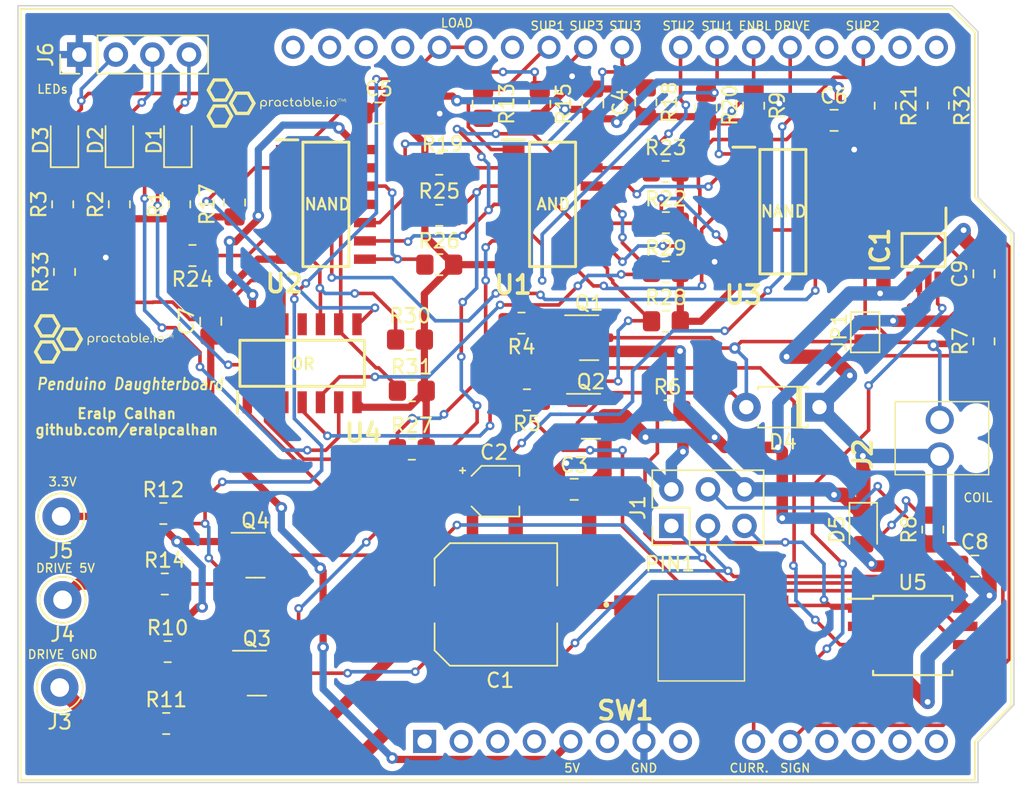
<source format=kicad_pcb>
(kicad_pcb (version 20211014) (generator pcbnew)
  (layers (0 "F.Cu" signal) (31 "B.Cu" signal) (34 "B.Paste" user) (35 "F.Paste" user) (36 "B.SilkS" user "B.Silkscreen") (37 "F.SilkS" user "F.Silkscreen") (38 "B.Mask" user) (39 "F.Mask" user) (44 "Edge.Cuts" user))
  (net 0 "")
  (net 7 "CURRENT_SENSE_OUT")
  (net 8 "CURRENT_SIGN_OUT")
  (net 15 "SUP_LED_2")
  (net 17 "LOAD_INPUT")
  (net 18 "STUDENT_ENABLE")
  (net 19 "STU_LED_1")
  (net 20 "STU_LED_2")
  (net 21 "STU_LED_3")
  (net 22 "SUP_LED_3")
  (net 23 "SUP_LED_1")
  (net 25 "DRIVE_INPUT")
  (net 30 "Net-(D1-Pad1)")
  (net 31 "Net-(D1-Pad2)")
  (net 32 "Net-(D2-Pad1)")
  (net 33 "Net-(D2-Pad2)")
  (net 34 "Net-(D3-Pad1)")
  (net 35 "Net-(D3-Pad2)")
  (net 36 "Net-(D5-Pad2)")
  (net 37 "Net-(D4-Pad2)")
  (net 38 "Net-(Q1-Pad1)")
  (net 39 "Net-(Q2-Pad1)")
  (net 40 "DRIVE_OUT")
  (net 41 "LOAD_OUT")
  (net 42 "Net-(R17-Pad1)")
  (net 43 "Net-(R19-Pad1)")
  (net 45 "3.3V")
  (net 46 "Net-(IC1-Pad7)")
  (net 47 "Net-(IC1-Pad6)")
  (net 50 "Net-(IC1-Pad3)")
  (net 51 "LOAD")
  (net 52 "DRIVE")
  (net 53 "D_5V")
  (net 54 "D_GND")
  (net 55 "DRIVE_5V")
  (net 56 "DRIVE_GND")
  (net 58 "Net-(R33-Pad1)")
  (net 59 "Net-(R32-Pad1)")
  (net 60 "Net-(R31-Pad1)")
  (net 61 "Net-(R30-Pad1)")
  (net 62 "Net-(R29-Pad1)")
  (net 63 "Net-(R28-Pad1)")
  (net 64 "Net-(R27-Pad1)")
  (net 65 "Net-(R26-Pad1)")
  (net 66 "Net-(R25-Pad1)")
  (net 67 "Net-(R24-Pad1)")
  (net 68 "Net-(R22-Pad1)")
  (net 69 "Net-(J2-Pad2)")
  (net 70 "Net-(J1-Pad5)")
  (net 71 "Net-(J1-Pad4)")
  (footprint "Resistor_SMD:R_0805_2012Metric_Pad1.20x1.40mm_HandSolder" (layer "F.Cu") (at 136.017 69.723 -90)
    (fp_text reference "R13")
    (fp_text value "10k")
  )
  (footprint "000_Graphics_Immo:practactable.io_text_10x4" (layer "F.Cu") (at 121.6 69.7)
    (fp_text reference "G***" hide)
    (fp_text value "LOGO" hide)
  )
  (footprint "Resistor_SMD:R_0805_2012Metric_Pad1.20x1.40mm_HandSolder" (layer "F.Cu") (at 131.064 93.726)
    (fp_text reference "R27")
    (fp_text value "10k")
  )
  (footprint "Capacitor_SMD:CP_Elec_3x5.3" (layer "F.Cu") (at 136.779 96.647)
    (fp_text reference "C2")
    (fp_text value "10u")
  )
  (footprint "Connector_Pin:Pin_D1.3mm_L11.0mm" (layer "F.Cu") (at 106.8 104.2)
    (fp_text reference "J4")
    (fp_text value "DRIVE_5V")
  )
  (footprint "Resistor_SMD:R_0805_2012Metric_Pad1.20x1.40mm_HandSolder" (layer "F.Cu") (at 130.937 86.106)
    (fp_text reference "R30")
    (fp_text value "10k")
  )
  (footprint "Resistor_SMD:R_0805_2012Metric_Pad1.20x1.40mm_HandSolder" (layer "F.Cu") (at 167.64 69.834 -90)
    (fp_text reference "R32")
    (fp_text value "10k")
  )
  (footprint "NetTie:NetTie-2_SMD_Pad0.5mm" (layer "F.Cu") (at 163.83 80.645 -90)
    (fp_text reference "NT3" hide)
    (fp_text value "NetTie_2")
  )
  (footprint "Resistor_SMD:R_0805_2012Metric_Pad1.20x1.40mm_HandSolder" (layer "F.Cu") (at 151.511 69.977 -90)
    (fp_text reference "R20")
    (fp_text value "10k")
  )
  (footprint "Resistor_SMD:R_0805_2012Metric_Pad1.20x1.40mm_HandSolder" (layer "F.Cu") (at 114.935 76.708 90)
    (fp_text reference "R1")
    (fp_text value "330")
  )
  (footprint "Package_SO:SOIC127P600X175-14N" (layer "F.Cu") (at 125.095 76.708)
    (fp_text reference "U2")
    (fp_text value "4011" hide)
  )
  (footprint "Resistor_SMD:R_0805_2012Metric_Pad1.20x1.40mm_HandSolder" (layer "F.Cu") (at 148.701 74.422)
    (fp_text reference "R23")
    (fp_text value "10k")
  )
  (footprint "Resistor_SMD:R_0805_2012Metric_Pad1.20x1.40mm_HandSolder" (layer "F.Cu") (at 110.744 76.708 90)
    (fp_text reference "R2")
    (fp_text value "330")
  )
  (footprint "Resistor_SMD:R_0805_2012Metric_Pad1.20x1.40mm_HandSolder" (layer "F.Cu") (at 170.815 86.233 90)
    (fp_text reference "R7")
    (fp_text value "10R")
  )
  (footprint "Resistor_SMD:R_0805_2012Metric_Pad1.20x1.40mm_HandSolder" (layer "F.Cu") (at 148.717 77.978)
    (fp_text reference "R22")
    (fp_text value "10k")
  )
  (footprint "Resistor_SMD:R_0805_2012Metric_Pad1.20x1.40mm_HandSolder" (layer "F.Cu") (at 114 112.8)
    (fp_text reference "R11")
    (fp_text value "10k")
  )
  (footprint "Package_SO:SOIC-8W_5.3x5.3mm_P1.27mm" (layer "F.Cu") (at 165.862 106.68)
    (fp_text reference "U5")
    (fp_text value "ATtiny85-20S")
  )
  (footprint "Package_TO_SOT_SMD:SOT-23" (layer "F.Cu") (at 120.2 101.1)
    (fp_text reference "Q4")
    (fp_text value "BSS138")
  )
  (footprint "LED_SMD:LED_0805_2012Metric_Pad1.15x1.40mm_HandSolder" (layer "F.Cu") (at 106.934 72.263 90)
    (fp_text reference "D3")
    (fp_text value "LED")
  )
  (footprint "Capacitor_SMD:C_0805_2012Metric_Pad1.18x1.45mm_HandSolder" (layer "F.Cu") (at 117.094 84.836 90)
    (fp_text reference "C7")
    (fp_text value "0.1uF")
  )
  (footprint "NetTie:NetTie-2_SMD_Pad0.5mm" (layer "F.Cu") (at 165.7 84.328 -90)
    (fp_text reference "NT2" hide)
    (fp_text value "NetTie_2")
  )
  (footprint "Resistor_SMD:R_0805_2012Metric_Pad1.20x1.40mm_HandSolder" (layer "F.Cu") (at 132.969 73.914 180)
    (fp_text reference "R19")
    (fp_text value "10k")
  )
  (footprint "Connector_PinHeader_2.54mm:PinHeader_2x03_P2.54mm_Vertical" (layer "F.Cu") (at 149.098 99.06 90)
    (fp_text reference "J1")
    (fp_text value "AVR-ISP-6")
  )
  (footprint "Audio_Module:Infineon Motor Sheild hiddenPins" (layer "F.Cu") (at 112.268 94.361 90)
    (fp_text reference "A1" hide)
    (fp_text value "Infineon Motor Shield MOD" hide)
  )
  (footprint "LED_SMD:LED_0805_2012Metric_Pad1.15x1.40mm_HandSolder" (layer "F.Cu") (at 110.744 72.263 90)
    (fp_text reference "D2")
    (fp_text value "LED")
  )
  (footprint "Resistor_SMD:R_0805_2012Metric_Pad1.20x1.40mm_HandSolder" (layer "F.Cu") (at 113.9 103.1)
    (fp_text reference "R14")
    (fp_text value "10k")
  )
  (footprint "Package_TO_SOT_SMD:SOT-23" (layer "F.Cu") (at 143.383 85.979)
    (fp_text reference "Q1")
    (fp_text value "BC858W")
  )
  (footprint "Jumper:SolderJumper-2_P1.3mm_Open_Pad1.0x1.5mm" (layer "F.Cu") (at 162.56 85.598 90)
    (fp_text reference "JP1")
    (fp_text value "Shunt Bypass")
  )
  (footprint "Resistor_SMD:R_0805_2012Metric_Pad1.20x1.40mm_HandSolder" (layer "F.Cu") (at 113.8 98.2)
    (fp_text reference "R12")
    (fp_text value "10k")
  )
  (footprint "Resistor_SMD:R_0805_2012Metric_Pad1.20x1.40mm_HandSolder" (layer "F.Cu") (at 148.717 84.836)
    (fp_text reference "R28")
    (fp_text value "10k")
  )
  (footprint "Resistor_SMD:R_0805_2012Metric_Pad1.20x1.40mm_HandSolder" (layer "F.Cu") (at 106.934 81.407 90)
    (fp_text reference "R33")
    (fp_text value "10k")
  )
  (footprint "Resistor_SMD:R_0805_2012Metric_Pad1.20x1.40mm_HandSolder" (layer "F.Cu") (at 139.065 90.297 180)
    (fp_text reference "R5")
    (fp_text value "2k2")
  )
  (footprint "Resistor_SMD:R_0805_2012Metric_Pad1.20x1.40mm_HandSolder" (layer "F.Cu") (at 131.064 89.662)
    (fp_text reference "R31")
    (fp_text value "10k")
  )
  (footprint "Package_SO:SOIC127P600X175-14N" (layer "F.Cu") (at 140.843 76.708)
    (fp_text reference "U1")
    (fp_text value "4081" hide)
  )
  (footprint "Connector_Molex:RSPROPenduinoTerminal" (layer "F.Cu") (at 167.744 94.234 90)
    (fp_text reference "J2")
    (fp_text value "Coil" hide)
  )
  (footprint "LED_SMD:LED_0805_2012Metric_Pad1.15x1.40mm_HandSolder" (layer "F.Cu") (at 162.433 99.314 -90)
    (fp_text reference "D5")
    (fp_text value "LED")
  )
  (footprint "Resistor_SMD:R_0805_2012Metric_Pad1.20x1.40mm_HandSolder" (layer "F.Cu") (at 115.824 80.264 180)
    (fp_text reference "R24")
    (fp_text value "10k")
  )
  (footprint "Connector_Pin:Pin_D1.3mm_L11.0mm" (layer "F.Cu") (at 106.7 98.4)
    (fp_text reference "J5")
    (fp_text value "3.3V")
  )
  (footprint "Resistor_SMD:R_0805_2012Metric_Pad1.20x1.40mm_HandSolder" (layer "F.Cu") (at 148.828 91.059)
    (fp_text reference "R6")
    (fp_text value "100k")
  )
  (footprint "Resistor_SMD:R_0805_2012Metric_Pad1.20x1.40mm_HandSolder" (layer "F.Cu") (at 148.717 81.407)
    (fp_text reference "R29")
    (fp_text value "10k")
  )
  (footprint "Resistor_SMD:R_0805_2012Metric_Pad1.20x1.40mm_HandSolder" (layer "F.Cu") (at 132.969 77.47 180)
    (fp_text reference "R25")
    (fp_text value "10k")
  )
  (footprint "Capacitor_SMD:C_0805_2012Metric_Pad1.18x1.45mm_HandSolder" (layer "F.Cu") (at 128.778 70.358)
    (fp_text reference "C5")
    (fp_text value "0.1uF")
  )
  (footprint "Resistor_SMD:R_0805_2012Metric_Pad1.20x1.40mm_HandSolder" (layer "F.Cu") (at 163.957 69.85 -90)
    (fp_text reference "R21")
    (fp_text value "10k")
  )
  (footprint "Resistor_SMD:R_0805_2012Metric_Pad1.20x1.40mm_HandSolder" (layer "F.Cu") (at 118.745 76.581 -90)
    (fp_text reference "R17")
    (fp_text value "10k")
  )
  (footprint "Package_TO_SOT_SMD:SOT-23" (layer "F.Cu") (at 120.3 109.3)
    (fp_text reference "Q3")
    (fp_text value "BSS138")
  )
  (footprint "Resistor_SMD:R_0805_2012Metric_Pad1.20x1.40mm_HandSolder" (layer "F.Cu") (at 106.807 76.708 90)
    (fp_text reference "R3")
    (fp_text value "680")
  )
  (footprint "Resistor_SMD:R_0805_2012Metric_Pad1.20x1.40mm_HandSolder" (layer "F.Cu") (at 154.813 69.85 -90)
    (fp_text reference "R9")
    (fp_text value "10k")
  )
  (footprint "LED_SMD:LED_0805_2012Metric_Pad1.15x1.40mm_HandSolder" (layer "F.Cu") (at 114.808 72.263 90)
    (fp_text reference "D1")
    (fp_text value "LED")
  )
  (footprint "Resistor_SMD:R_0805_2012Metric_Pad1.20x1.40mm_HandSolder" (layer "F.Cu") (at 114.1 107.8)
    (fp_text reference "R10")
    (fp_text value "10k")
  )
  (footprint "Capacitor_SMD:C_0805_2012Metric_Pad1.18x1.45mm_HandSolder" (layer "F.Cu") (at 160.401 70.866)
    (fp_text reference "C6")
    (fp_text value "0.1uF")
  )
  (footprint "Capacitor_SMD:C_0805_2012Metric_Pad1.18x1.45mm_HandSolder" (layer "F.Cu") (at 170.18 101.854)
    (fp_text reference "C8")
    (fp_text value "100nF")
  )
  (footprint "Resistor_SMD:R_0805_2012Metric_Pad1.20x1.40mm_HandSolder" (layer "F.Cu") (at 138.684 84.963 180)
    (fp_text reference "R4")
    (fp_text value "2k2")
  )
  (footprint "Capacitor_SMD:C_0805_2012Metric_Pad1.18x1.45mm_HandSolder" (layer "F.Cu") (at 142.3455 96.52)
    (fp_text reference "C3")
    (fp_text value "0.1u")
  )
  (footprint "Capacitor_SMD:C_0805_2012Metric_Pad1.18x1.45mm_HandSolder" (layer "F.Cu") (at 170.815 81.534 90)
    (fp_text reference "C9")
    (fp_text value "0.1uF")
  )
  (footprint "Diode_THT:D_T-1_P5.08mm_Horizontal" (layer "F.Cu") (at 159.385 90.805 180)
    (fp_text reference "D4")
    (fp_text value "1N4002")
  )
  (footprint "Connector_PinHeader_2.54mm:PinHeader_1x04_P2.54mm_Vertical" (layer "F.Cu") (at 107.96 66.294 90)
    (fp_text reference "J6")
    (fp_text value "Conn_01x04" hide)
  )
  (footprint "Package_TO_SOT_SMD:SOT-23" (layer "F.Cu") (at 143.51 91.44)
    (fp_text reference "Q2")
    (fp_text value "BD911")
  )
  (footprint "Connector_Pin:Pin_D1.3mm_L11.0mm" (layer "F.Cu") (at 106.6 110.3)
    (fp_text reference "J3")
    (fp_text value "DRIVE_GND")
  )
  (footprint "Resistor_SMD:R_0805_2012Metric_Pad1.20x1.40mm_HandSolder" (layer "F.Cu") (at 139.954 69.723 -90)
    (fp_text reference "R15")
    (fp_text value "10k")
  )
  (footprint "Package_SO:SOIC127P600X175-14N" (layer "F.Cu") (at 123.444 87.757 90)
    (fp_text reference "U4")
    (fp_text value "4071" hide)
  )
  (footprint "000_Graphics_Immo:practactable.io_text_10x4" (layer "F.Cu") (at 109.6 86.1)
    (fp_text reference "G***" hide)
    (fp_text value "LOGO" hide)
  )
  (footprint "NetTie:NetTie-2_SMD_Pad0.5mm" (layer "F.Cu") (at 166.243 74.93 -90)
    (fp_text reference "NT1" hide)
    (fp_text value "NetTie_2")
  )
  (footprint "Sensor_Current:SOP65P490X110-8N" (layer "F.Cu") (at 166.624 79.883 -90)
    (fp_text reference "IC1")
    (fp_text value "MAX9928FAUA+" hide)
  )
  (footprint "Package_SO:SOIC127P600X175-14N" (layer "F.Cu") (at 156.845 77.216)
    (fp_text reference "U3")
    (fp_text value "4011" hide)
  )
  (footprint "Capacitor_SMD:C_Elec_8x10.2" (layer "F.Cu") (at 136.906 104.521)
    (fp_text reference "C1")
    (fp_text value "470u")
  )
  (footprint "Button_Switch_SMD:13019319" (layer "F.Cu") (at 150.327 106.843)
    (fp_text reference "SW1")
    (fp_text value "SW_Push" hide)
  )
  (footprint "Resistor_SMD:R_0805_2012Metric_Pad1.20x1.40mm_HandSolder" (layer "F.Cu") (at 167.259 99.314 90)
    (fp_text reference "R8")
    (fp_text value "680")
  )
  (footprint "Capacitor_SMD:C_0805_2012Metric_Pad1.18x1.45mm_HandSolder" (layer "F.Cu") (at 143.637 69.723 90)
    (fp_text reference "C4")
    (fp_text value "0.1uF")
  )
  (footprint "Resistor_SMD:R_0805_2012Metric_Pad1.20x1.40mm_HandSolder" (layer "F.Cu") (at 147.32 69.612 -90)
    (fp_text reference "R18")
    (fp_text value "10k")
  )
  (footprint "Resistor_SMD:R_0805_2012Metric_Pad1.20x1.40mm_HandSolder" (layer "F.Cu") (at 132.969 80.899)
    (fp_text reference "R26")
    (fp_text value "10k")
  )
  (gr_line (start 172.9 111.5) (end 172.9 78.7) (layer "Edge.Cuts") (width 0.1))
  (gr_line (start 168.6 62.9) (end 103.7 62.9) (layer "Edge.Cuts") (width 0.1))
  (gr_line (start 103.7 62.9) (end 103.7 116.9) (layer "Edge.Cuts") (width 0.1))
  (gr_line (start 170.4 64.7) (end 168.6 62.9) (layer "Edge.Cuts") (width 0.1))
  (gr_line (start 170.4 114.1) (end 172.9 111.5) (layer "Edge.Cuts") (width 0.1))
  (gr_line (start 170.4 76.2) (end 170.4 64.7) (layer "Edge.Cuts") (width 0.1))
  (gr_line (start 103.7 116.9) (end 170.4 116.9) (layer "Edge.Cuts") (width 0.1))
  (gr_line (start 172.9 78.7) (end 170.4 76.2) (layer "Edge.Cuts") (width 0.1))
  (gr_line (start 170.4 116.9) (end 170.4 114.1) (layer "Edge.Cuts") (width 0.1))
  (gr_text "DRIVE GND" (at 106.8 108) (layer "F.SilkS") (effects (font (size 0.6 0.6) (thickness 0.1))))
  (gr_text "3.3V\n" (at 106.8 96) (layer "F.SilkS") (effects (font (size 0.6 0.6) (thickness 0.1))))
  (gr_text "STU3" (at 145.9 64.3) (layer "F.SilkS") (effects (font (size 0.6 0.6) (thickness 0.1))))
  (gr_text "NAND" (at 156.9 77.2) (layer "F.SilkS") (effects (font (size 0.8 0.8))))
  (gr_text "LEDs" (at 106.1 68.7) (layer "F.SilkS") (effects (font (size 0.6 0.6) (thickness 0.1))))
  (gr_text "PIN1" (at 149 101.7) (layer "F.SilkS") (effects (font (size 1 1))))
  (gr_text "DRIVE 5V" (at 107 102) (layer "F.SilkS") (effects (font (size 0.6 0.6) (thickness 0.1))))
  (gr_text "CURR." (at 154.5 115.9) (layer "F.SilkS") (effects (font (size 0.6 0.6) (thickness 0.1))))
  (gr_text "5V" (at 142.2 115.9) (layer "F.SilkS") (effects (font (size 0.6 0.6) (thickness 0.1))))
  (gr_text "AND" (at 140.9 76.7) (layer "F.SilkS") (effects (font (size 0.8 0.8))))
  (gr_text "SUP1" (at 140.5 64.3) (layer "F.SilkS") (effects (font (size 0.6 0.6) (thickness 0.1))))
  (gr_text "SUP3" (at 143.2 64.3) (layer "F.SilkS") (effects (font (size 0.6 0.6) (thickness 0.1))))
  (gr_text "STU2\n" (at 149.6 64.3) (layer "F.SilkS") (effects (font (size 0.6 0.6) (thickness 0.1))))
  (gr_text "SUP2\n" (at 162.4 64.3) (layer "F.SilkS") (effects (font (size 0.6 0.6) (thickness 0.1))))
  (gr_text "GND" (at 147.2 115.9) (layer "F.SilkS") (effects (font (size 0.6 0.6) (thickness 0.1))))
  (gr_text "ENBL" (at 154.9 64.3) (layer "F.SilkS") (effects (font (size 0.6 0.6) (thickness 0.1))))
  (gr_text "DRIVE" (at 157.5 64.3) (layer "F.SilkS") (effects (font (size 0.6 0.6) (thickness 0.1))))
  (gr_text "Penduino Daughterboard" (at 111.5 89.2) (layer "F.SilkS") (effects (font (size 0.8 0.7) (thickness 0.14) italic)))
  (gr_text "COIL" (at 170.4 97.1) (layer "F.SilkS") (effects (font (size 0.6 0.6) (thickness 0.1))))
  (gr_text "SIGN" (at 157.7 115.9) (layer "F.SilkS") (effects (font (size 0.6 0.6) (thickness 0.1))))
  (gr_text "STU1\n\n" (at 152.3 64.8) (layer "F.SilkS") (effects (font (size 0.6 0.6) (thickness 0.1))))
  (gr_text "OR" (at 123.5 87.8) (layer "F.SilkS") (effects (font (size 0.8 0.8))))
  (gr_text "NAND" (at 125.2 76.7) (layer "F.SilkS") (effects (font (size 0.8 0.8))))
  (gr_text "Eralp Calhan\ngithub.com/eralpcalhan\n" (at 111.252 91.821) (layer "F.SilkS") (effects (font (size 0.7 0.7))))
  (gr_text "LOAD" (at 134.2 64.1) (layer "F.SilkS") (effects (font (size 0.6 0.6) (thickness 0.1))))
  (segment (start 167.599 82.095) (end 167.599 83.6119) (width 0.25) (layer "F.Cu") (net 7))
  (segment (start 158.9 96.3) (end 158.9 99.6) (width 0.25) (layer "F.Cu") (net 7))
  (segment (start 159.9 107.6) (end 154.813 112.687) (width 0.25) (layer "F.Cu") (net 7))
  (segment (start 162.8 92.4) (end 158.9 96.3) (width 0.25) (layer "F.Cu") (net 7))
  (segment (start 154.813 112.687) (end 154.813 114.046) (width 0.25) (layer "F.Cu") (net 7))
  (segment (start 158.9 99.6) (end 161 101.7) (width 0.25) (layer "F.Cu") (net 7))
  (segment (start 167.599 83.6119) (end 167.9156 83.9285) (width 0.25) (layer "F.Cu") (net 7))
  (segment (start 162.8 89.3) (end 162.8 92.4) (width 0.25) (layer "F.Cu") (net 7))
  (via (at 162.8 89.3) (size 0.6) (drill 0.3) (layers "F.Cu" "B.Cu") (net 7))
  (via (at 159.9 107.6) (size 0.6) (drill 0.3) (layers "F.Cu" "B.Cu") (net 7))
  (via (at 167.9156 83.9285) (size 0.6) (drill 0.3) (layers "F.Cu" "B.Cu") (net 7))
  (via (at 161 101.7) (size 0.6) (drill 0.3) (layers "F.Cu" "B.Cu") (net 7))
  (segment (start 167.9156 84.1844) (end 167.9156 83.9285) (width 0.25) (layer "B.Cu") (net 7))
  (segment (start 161 101.7) (end 161 106.5) (width 0.25) (layer "B.Cu") (net 7))
  (segment (start 162.8 89.3) (end 167.9156 84.1844) (width 0.25) (layer "B.Cu") (net 7))
  (segment (start 161 106.5) (end 159.9 107.6) (width 0.25) (layer "B.Cu") (net 7))
  (segment (start 166.949 77.671) (end 166.949 76.7085) (width 0.25) (layer "F.Cu") (net 8))
  (segment (start 168.7 75.8) (end 172.579031 79.679031) (width 0.25) (layer "F.Cu") (net 8))
  (segment (start 167.7 75.9575) (end 167.7 75.8) (width 0.25) (layer "F.Cu") (net 8))
  (segment (start 172.579031 108.320969) (end 167.978511 112.921489) (width 0.25) (layer "F.Cu") (net 8))
  (segment (start 172.579031 79.679031) (end 172.579031 108.320969) (width 0.25) (layer "F.Cu") (net 8))
  (segment (start 167.978511 112.921489) (end 158.477511 112.921489) (width 0.25) (layer "F.Cu") (net 8))
  (segment (start 158.477511 112.921489) (end 157.353 114.046) (width 0.25) (layer "F.Cu") (net 8))
  (segment (start 167.7 75.8) (end 168.7 75.8) (width 0.25) (layer "F.Cu") (net 8))
  (segment (start 166.949 76.7085) (end 167.7 75.9575) (width 0.25) (layer "F.Cu") (net 8))
  (segment (start 150.750489 78.557004) (end 150.750489 77.661993) (width 0.25) (layer "F.Cu") (net 15))
  (segment (start 158.45148 70.84852) (end 158.45148 69.82392) (width 0.25) (layer "F.Cu") (net 15))
  (segment (start 150.974511 73.225489) (end 152 72.2) (width 0.25) (layer "F.Cu") (net 15))
  (segment (start 162.433 67.326) (end 163.957 68.85) (width 0.25) (layer "F.Cu") (net 15))
  (segment (start 150.750489 77.661993) (end 151.074511 77.337971) (width 0.25) (layer "F.Cu") (net 15))
  (segment (start 149.707493 79.6) (end 150.750489 78.557004) (width 0.25) (layer "F.Cu") (net 15))
  (segment (start 143.555 79.248) (end 144.248 79.248) (width 0.25) (layer "F.Cu") (net 15))
  (segment (start 160.399901 67.875499) (end 162.982499 67.875499) (width 0.25) (layer "F.Cu") (net 15))
  (segment (start 151.074511 77.337971) (end 151.074511 75.662029) (width 0.25) (layer "F.Cu") (net 15))
  (segment (start 150.974511 75.562029) (end 150.974511 73.225489) (width 0.25) (layer "F.Cu") (net 15))
  (segment (start 151.074511 75.662029) (end 150.974511 75.562029) (width 0.25) (layer "F.Cu") (net 15))
  (segment (start 152 72.2) (end 157.1 72.2) (width 0.25) (layer "F.Cu") (net 15))
  (segment (start 144.248 79.248) (end 145.7 80.7) (width 0.25) (layer "F.Cu") (net 15))
  (segment (start 148.5 79.6) (end 149.707493 79.6) (width 0.25) (layer "F.Cu") (net 15))
  (segment (start 158.45148 69.82392) (end 160.399901 67.875499) (width 0.25) (layer "F.Cu") (net 15))
  (segment (start 162.433 65.786) (end 162.433 67.326) (width 0.25) (layer "F.Cu") (net 15))
  (segment (start 162.982499 67.875499) (end 163.957 68.85) (width 0.25) (layer "F.Cu") (net 15))
  (segment (start 157.1 72.2) (end 158.45148 70.84852) (width 0.25) (layer "F.Cu") (net 15))
  (via (at 148.5 79.6) (size 0.6) (drill 0.3) (layers "F.Cu" "B.Cu") (net 15))
  (via (at 145.7 80.7) (size 0.6) (drill 0.3) (layers "F.Cu" "B.Cu") (net 15))
  (segment (start 145.7 80.7) (end 146.8 79.6) (width 0.25) (layer "B.Cu") (net 15))
  (segment (start 146.8 79.6) (end 148.5 79.6) (width 0.25) (layer "B.Cu") (net 15))
  (segment (start 115.5 98.9) (end 114.8 98.2) (width 0.25) (layer "F.Cu") (net 17))
  (segment (start 116.7 98.9) (end 116.7 97.2) (width 0.25) (layer "F.Cu") (net 17))
  (segment (start 119.2625 102.05) (end 117.709954 102.05) (width 0.25) (layer "F.Cu") (net 17))
  (segment (start 130.759 68) (end 132.973 65.786) (width 0.25) (layer "F.Cu") (net 17))
  (segment (start 116.7 97.2) (end 117.9 96) (width 0.25) (layer "F.Cu") (net 17))
  (segment (start 132.973 65.786) (end 135.513 65.786) (width 0.25) (layer "F.Cu") (net 17))
  (segment (start 117.709954 102.05) (end 116.95732 101.297366) (width 0.25) (layer "F.Cu") (net 17))
  (segment (start 116.7 98.9) (end 115.5 98.9) (width 0.25) (layer "F.Cu") (net 17))
  (segment (start 122.9 83.3) (end 122.9 83) (width 0.25) (layer "F.Cu") (net 17))
  (segment (start 122.9 83) (end 123.7 82.2) (width 0.25) (layer "F.Cu") (net 17))
  (segment (start 128.6 68) (end 130.759 68) (width 0.25) (layer "F.Cu") (net 17))
  (via (at 116.7 98.9) (size 0.6) (drill 0.3) (layers "F.Cu" "B.Cu") (net 17))
  (via (at 116.95732 101.297366) (size 0.6) (drill 0.3) (layers "F.Cu" "B.Cu") (net 17))
  (via (at 122.9 83.3) (size 0.6) (drill 0.3) (layers "F.Cu" "B.Cu") (net 17))
  (via (at 128.6 68) (size 0.6) (drill 0.3) (layers "F.Cu" "B.Cu") (net 17))
  (via (at 117.9 96) (size 0.6) (drill 0.3) (layers "F.Cu" "B.Cu") (net 17))
  (via (at 123.7 82.2) (size 0.6) (drill 0.3) (layers "F.Cu" "B.Cu") (net 17))
  (segment (start 124 96) (end 124.8 95.2) (width 0.25) (layer "B.Cu") (net 17))
  (segment (start 124.8 93.5) (end 123.6 92.3) (width 0.25) (layer "B.Cu") (net 17))
  (segment (start 116.7 98.9) (end 116.95732 99.15732) (width 0.25) (layer "B.Cu") (net 17))
  (segment (start 116.95732 99.15732) (end 116.95732 101.297366) (width 0.25) (layer "B.Cu") (net 17))
  (segment (start 122.9 91.6) (end 122.9 83.3) (width 0.25) (layer "B.Cu") (net 17))
  (segment (start 128.6 77.3) (end 128.6 68) (width 0.25) (layer "B.Cu") (net 17))
  (segment (start 123.7 82.2) (end 128.6 77.3) (width 0.25) (layer "B.Cu") (net 17))
  (segment (start 123.6 92.3) (end 122.9 91.6) (width 0.25) (layer "B.Cu") (net 17))
  (segment (start 124.8 95.2) (end 124.8 93.5) (width 0.25) (layer "B.Cu") (net 17))
  (segment (start 117.9 96) (end 124 96) (width 0.25) (layer "B.Cu") (net 17))
  (segment (start 154.133 77.216) (end 154.133 78.486) (width 0.25) (layer "F.Cu") (net 18))
  (segment (start 136.4 77.1) (end 136.792 76.708) (width 0.25) (layer "F.Cu") (net 18))
  (segment (start 159.557 78.486) (end 159.557 79.756) (width 0.25) (layer "F.Cu") (net 18))
  (segment (start 154.984 77.216) (end 154.133 77.216) (width 0.25) (layer "F.Cu") (net 18))
  (segment (start 130.748 79.248) (end 130.8 79.3) (width 0.25) (layer "F.Cu") (net 18))
  (segment (start 153.927 73.2) (end 154.133 73.406) (width 0.25) (layer "F.Cu") (net 18))
  (segment (start 155.220011 75.325511) (end 155.220011 76.979989) (width 0.25) (layer "F.Cu") (net 18))
  (segment (start 154.133 73.406) (end 154.133 74.676) (width 0.25) (layer "F.Cu") (net 18))
  (segment (start 154.133 74.676) (end 152.465206 74.676) (width 0.25) (layer "F.Cu") (net 18))
  (segment (start 154.65 68.85) (end 153.3 70.2) (width 0.25) (layer "F.Cu") (net 18))
  (segment (start 152.4 73.2) (end 153.927 73.2) (width 0.25) (layer "F.Cu") (net 18))
  (segment (start 135.9 73.4) (end 135.9 73.166596) (width 0.25) (layer "F.Cu") (net 18))
  (segment (start 139.4795 71.8) (end 136.9 71.8) (width 0.25) (layer "F.Cu") (net 18))
  (segment (start 154.813 65.786) (end 154.813 68.85) (width 0.25) (layer "F.Cu") (net 18))
  (segment (start 143.1175 75.438) (end 139.4795 71.8) (width 0.25) (layer "F.Cu") (net 18))
  (segment (start 159.557 78.486) (end 154.133 78.486) (width 0.25) (layer "F.Cu") (net 18))
  (segment (start 135.9 73.166596) (end 134.205904 71.4725) (width 0.25) (layer "F.Cu") (net 18))
  (segment (start 134.6 78.9) (end 136.4 77.1) (width 0.25) (layer "F.Cu") (net 18))
  (segment (start 136.792 76.708) (end 138.131 76.708) (width 0.25) (layer "F.Cu") (net 18))
  (segment (start 146.138 75.438) (end 146.7 76) (width 0.25) (layer "F.Cu") (net 18))
  (segment (start 127.807 79.248) (end 130.748 79.248) (width 0.25) (layer "F.Cu") (net 18))
  (segment (start 154.5705 74.676) (end 155.220011 75.325511) (width 0.25) (layer "F.Cu") (net 18))
  (segment (start 152.465206 74.676) (end 151.669351 75.471855) (width 0.25) (layer "F.Cu") (net 18))
  (segment (start 155.220011 76.979989) (end 154.984 77.216) (width 0.25) (layer "F.Cu") (net 18))
  (segment (start 143.555 75.438) (end 146.138 75.438) (width 0.25) (layer "F.Cu") (net 18))
  (via (at 135.9 73.4) (size 0.6) (drill 0.3) (layers "F.Cu" "B.Cu") (net 18))
  (via (at 130.8 79.3) (size 0.6) (drill 0.3) (layers "F.Cu" "B.Cu") (net 18))
  (via (at 151.669351 75.471855) (size 0.6) (drill 0.3) (layers "F.Cu" "B.Cu") (net 18))
  (via (at 134.6 78.9) (size 0.6) (drill 0.3) (layers "F.Cu" "B.Cu") (net 18))
  (via (at 136.4 77.1) (size 0.6) (drill 0.3) (layers "F.Cu" "B.Cu") (net 18))
  (via (at 153.3 70.2) (size 0.6) (drill 0.3) (layers "F.Cu" "B.Cu") (net 18))
  (via (at 136.9 71.8) (size 0.6) (drill 0.3) (layers "F.Cu" "B.Cu") (net 18))
  (via (at 146.7 76) (size 0.6) (drill 0.3) (layers "F.Cu" "B.Cu") (net 18))
  (via (at 152.4 73.2) (size 0.6) (drill 0.3) (layers "F.Cu" "B.Cu") (net 18))
  (via (at 134.205904 71.4725) (size 0.6) (drill 0.3) (layers "F.Cu" "B.Cu") (net 18))
  (segment (start 136.4 73.9) (end 136.4 77.1) (width 0.25) (layer "B.Cu") (net 18))
  (segment (start 135.9 73.4) (end 136.4 73.9) (width 0.25) (layer "B.Cu") (net 18))
  (segment (start 136.9 71.8) (end 134.9 71.8) (width 0.25) (layer "B.Cu") (net 18))
  (segment (start 153.3 70.2) (end 152.4 71.1) (width 0.25) (layer "B.Cu") (net 18))
  (segment (start 134.9 71.8) (end 134.5725 71.4725) (width 0.25) (layer "B.Cu") (net 18))
  (segment (start 147.228145 75.471855) (end 146.7 76) (width 0.25) (layer "B.Cu") (net 18))
  (segment (start 152.4 71.1) (end 152.4 73.2) (width 0.25) (layer "B.Cu") (net 18))
  (segment (start 151.669351 75.471855) (end 147.228145 75.471855) (width 0.25) (layer "B.Cu") (net 18))
  (segment (start 131.2 78.9) (end 134.6 78.9) (width 0.25) (layer "B.Cu") (net 18))
  (segment (start 130.8 79.3) (end 131.2 78.9) (width 0.25) (layer "B.Cu") (net 18))
  (segment (start 134.5725 71.4725) (end 134.205904 71.4725) (width 0.25) (layer "B.Cu") (net 18))
  (segment (start 152.273 68.215) (end 151.511 68.977) (width 0.25) (layer "F.Cu") (net 19))
  (segment (start 151.511 68.977) (end 151.5385 68.9495) (width 0.25) (layer "F.Cu") (net 19))
  (segment (start 151.5385 68.9495) (end 152.088853 68.9495) (width 0.25) (layer "F.Cu") (net 19))
  (segment (start 152.273 65.786) (end 152.273 68.215) (width 0.25) (layer "F.Cu") (net 19))
  (segment (start 138.5685 77.978) (end 140.120661 79.530161) (width 0.25) (layer "F.Cu") (net 19))
  (segment (start 140.120661 79.530161) (end 140.120661 81.996161) (width 0.25) (layer "F.Cu") (net 19))
  (via (at 140.120661 81.996161) (size 0.6) (drill 0.3) (layers "F.Cu" "B.Cu") (net 19))
  (via (at 152.088853 68.9495) (size 0.6) (drill 0.3) (layers "F.Cu" "B.Cu") (net 19))
  (segment (start 140.120661 78.791821) (end 149.962982 68.9495) (width 0.25) (layer "B.Cu") (net 19))
  (segment (start 149.962982 68.9495) (end 152.088853 68.9495) (width 0.25) (layer "B.Cu") (net 19))
  (segment (start 140.120661 81.996161) (end 140.120661 78.791821) (width 0.25) (layer "B.Cu") (net 19))
  (segment (start 148.9 71.8) (end 147.701 72.999) (width 0.25) (layer "F.Cu") (net 20))
  (segment (start 149.733 65.786) (end 149.733 69.433) (width 0.25) (layer "F.Cu") (net 20))
  (segment (start 149.733 69.433) (end 150.1 69.8) (width 0.25) (layer "F.Cu") (net 20))
  (segment (start 147.701 72.999) (end 147.701 74.422) (width 0.25) (layer "F.Cu") (net 20))
  (segment (start 147.447 74.168) (end 143.555 74.168) (width 0.25) (layer "F.Cu") (net 20))
  (via (at 150.1 69.8) (size 0.6) (drill 0.3) (layers "F.Cu" "B.Cu") (net 20))
  (via (at 148.9 71.8) (size 0.6) (drill 0.3) (layers "F.Cu" "B.Cu") (net 20))
  (segment (start 150.1 69.8) (end 150.1 70.6) (width 0.25) (layer "B.Cu") (net 20))
  (segment (start 150.1 70.6) (end 148.9 71.8) (width 0.25) (layer "B.Cu") (net 20))
  (segment (start 127.807 77.978) (end 128.8195 77.978) (width 0.25) (layer "F.Cu") (net 21))
  (segment (start 146.208 67.5) (end 147.32 68.612) (width 0.25) (layer "F.Cu") (net 21))
  (segment (start 130.6 76.1975) (end 130.6 72.5) (width 0.25) (layer "F.Cu") (net 21))
  (segment (start 145.673 65.786) (end 145.673 66.965) (width 0.25) (layer "F.Cu") (net 21))
  (segment (start 128.8195 77.978) (end 130.6 76.1975) (width 0.25) (layer "F.Cu") (net 21))
  (segment (start 144.3 67.5) (end 146.208 67.5) (width 0.25) (layer "F.Cu") (net 21))
  (segment (start 145.673 66.965) (end 147.32 68.612) (width 0.25) (layer "F.Cu") (net 21))
  (via (at 130.6 72.5) (size 0.6) (drill 0.3) (layers "F.Cu" "B.Cu") (net 21))
  (via (at 144.3 67.5) (size 0.6) (drill 0.3) (layers "F.Cu" "B.Cu") (net 21))
  (segment (start 130.6 72.5) (end 140.4246 72.5) (width 0.25) (layer "B.Cu") (net 21))
  (segment (start 140.4246 72.5) (end 144.3 68.6246) (width 0.25) (layer "B.Cu") (net 21))
  (segment (start 144.3 68.6246) (end 144.3 67.5) (width 0.25) (layer "B.Cu") (net 21))
  (segment (start 139.6 67.5) (end 139.6 68.369) (width 0.25) (layer "F.Cu") (net 22))
  (segment (start 128.934747 68.624501) (end 128.95028 68.608969) (width 0.25) (layer "F.Cu") (net 22))
  (segment (start 123.4774 72.898) (end 127.750899 68.624501) (width 0.25) (layer "F.Cu") (net 22))
  (segment (start 143.133 65.786) (end 140.196 68.723) (width 0.25) (layer "F.Cu") (net 22))
  (segment (start 133.983179 67.5) (end 137.4 67.5) (width 0.25) (layer "F.Cu") (net 22))
  (segment (start 127.750899 68.624501) (end 128.934747 68.624501) (width 0.25) (layer "F.Cu") (net 22))
  (segment (start 122.383 72.898) (end 123.4774 72.898) (width 0.25) (layer "F.Cu") (net 22))
  (segment (start 128.95028 68.608969) (end 132.87421 68.608969) (width 0.25) (layer "F.Cu") (net 22))
  (segment (start 132.87421 68.608969) (end 133.983179 67.5) (width 0.25) (layer "F.Cu") (net 22))
  (via (at 137.4 67.5) (size 0.6) (drill 0.3) (layers "F.Cu" "B.Cu") (net 22))
  (via (at 139.6 67.5) (size 0.6) (drill 0.3) (layers "F.Cu" "B.Cu") (net 22))
  (segment (start 137.4 67.5) (end 139.6 67.5) (width 0.25) (layer "B.Cu") (net 22))
  (segment (start 134.99248 69.74752) (end 136.017 68.723) (width 0.25) (layer "F.Cu") (net 23))
  (segment (start 136.579507 72.898) (end 134.99248 71.310973) (width 0.25) (layer "F.Cu") (net 23))
  (segment (start 137.493821 68.723) (end 136.017 68.723) (width 0.25) (layer "F.Cu") (net 23))
  (segment (start 134.99248 71.310973) (end 134.99248 69.74752) (width 0.25) (layer "F.Cu") (net 23))
  (segment (start 138.131 72.898) (end 136.579507 72.898) (width 0.25) (layer "F.Cu") (net 23))
  (segment (start 140.430821 65.786) (end 137.493821 68.723) (width 0.25) (layer "F.Cu") (net 23))
  (segment (start 138.7 93.3) (end 137.477022 94.522978) (width 0.25) (layer "F.Cu") (net 25))
  (segment (start 123.2 104.8) (end 123.2 105.921072) (width 0.25) (layer "F.Cu") (net 25))
  (segment (start 157.353 65.786) (end 157.353 70.747) (width 0.25) (layer "F.Cu") (net 25))
  (segment (start 133.6 94.5) (end 127.9 100.2) (width 0.25) (layer "F.Cu") (net 25))
  (segment (start 137.477022 94.522978) (end 135.122978 94.522978) (width 0.25) (layer "F.Cu") (net 25))
  (segment (start 153 85.5) (end 152.8 85.5) (width 0.25) (layer "F.Cu") (net 25))
  (segment (start 116.9125 107.8) (end 119.3625 110.25) (width 0.25) (layer "F.Cu") (net 25))
  (segment (start 157.353 70.747) (end 156.8 71.3) (width 0.25) (layer "F.Cu") (net 25))
  (segment (start 155.8 82.7) (end 153 85.5) (width 0.25) (layer "F.Cu") (net 25))
  (segment (start 135.1 94.5) (end 133.6 94.5) (width 0.25) (layer "F.Cu") (net 25))
  (segment (start 119.3625 109.758572) (end 119.3625 110.25) (width 0.25) (layer "F.Cu") (net 25))
  (segment (start 115.1 107.8) (end 116.9125 107.8) (width 0.25) (layer "F.Cu") (net 25))
  (segment (start 123.2 105.921072) (end 119.3625 109.758572) (width 0.25) (layer "F.Cu") (net 25))
  (via (at 152.8 85.5) (size 0.6) (drill 0.3) (layers "F.Cu" "B.Cu") (net 25))
  (via (at 138.7 93.3) (size 0.6) (drill 0.3) (layers "F.Cu" "B.Cu") (net 25))
  (via (at 127.9 100.2) (size 0.6) (drill 0.3) (layers "F.Cu" "B.Cu") (net 25))
  (via (at 156.8 71.3) (size 0.6) (drill 0.3) (layers "F.Cu" "B.Cu") (net 25))
  (via (at 155.8 82.7) (size 0.6) (drill 0.3) (layers "F.Cu" "B.Cu") (net 25))
  (via (at 123.2 104.8) (size 0.6) (drill 0.3) (layers "F.Cu" "B.Cu") (net 25))
  (segment (start 156.8 71.3) (end 156.8 81.7) (width 0.25) (layer "B.Cu") (net 25))
  (segment (start 147.4 87.3) (end 146.4 88.3) (width 0.25) (layer "B.Cu") (net 25))
  (segment (start 140.7 91.3) (end 138.7 93.3) (width 0.25) (layer "B.Cu") (net 25))
  (segment (start 152.8 85.5) (end 149.2 85.5) (width 0.25) (layer "B.Cu") (net 25))
  (segment (start 156.8 81.7) (end 155.8 82.7) (width 0.25) (layer "B.Cu") (net 25))
  (segment (start 123.3 104.8) (end 123.2 104.8) (width 0.25) (layer "B.Cu") (net 25))
  (segment (start 146.4 90.4) (end 145.5 91.3) (width 0.25) (layer "B.Cu") (net 25))
  (segment (start 146.4 88.3) (end 146.4 90.4) (width 0.25) (layer "B.Cu") (net 25))
  (segment (start 149.2 85.5) (end 147.4 87.3) (width 0.25) (layer "B.Cu") (net 25))
  (segment (start 127.9 100.2) (end 123.3 104.8) (width 0.25) (layer "B.Cu") (net 25))
  (segment (start 145.5 91.3) (end 141.4 91.3) (width 0.25) (layer "B.Cu") (net 25))
  (segment (start 141.4 91.3) (end 140.7 91.3) (width 0.25) (layer "B.Cu") (net 25))
  (segment (start 114.808 73.288) (end 114.808 75.581) (width 0.25) (layer "F.Cu") (net 30))
  (segment (start 113.4 76.8) (end 113.4 72.646) (width 0.25) (layer "F.Cu") (net 31))
  (segment (start 114.808 70.1165) (end 115.3 69.6245) (width 0.25) (layer "F.Cu") (net 31))
  (segment (start 113.4 72.646) (end 114.808 71.238) (width 0.25) (layer "F.Cu") (net 31))
  (segment (start 114.808 71.238) (end 114.808 70.1165) (width 0.25) (layer "F.Cu") (net 31))
  (segment (start 120.001403 87.858903) (end 118.305957 87.858903) (width 0.25) (layer "F.Cu") (net 31))
  (segment (start 122.174 90.0315) (end 120.001403 87.858903) (width 0.25) (layer "F.Cu") (net 31))
  (via (at 115.3 69.6245) (size 0.6) (drill 0.3) (layers "F.Cu" "B.Cu") (net 31))
  (via (at 113.4 76.8) (size 0.6) (drill 0.3) (layers "F.Cu" "B.Cu") (net 31))
  (via (at 118.305957 87.858903) (size 0.6) (drill 0.3) (layers "F.Cu" "B.Cu") (net 31))
  (segment (start 113.4 83.1) (end 118.2 87.9) (width 0.25) (layer "B.Cu") (net 31))
  (segment (start 118.26486 87.9) (end 118.305957 87.858903) (width 0.25) (layer "B.Cu") (net 31))
  (segment (start 113.4 76.8) (end 113.4 83.1) (width 0.25) (layer "B.Cu") (net 31))
  (segment (start 115.58 66.294) (end 115.58 69.3445) (width 0.25) (layer "B.Cu") (net 31))
  (segment (start 118.2 87.9) (end 118.26486 87.9) (width 0.25) (layer "B.Cu") (net 31))
  (segment (start 115.58 69.3445) (end 115.3 69.6245) (width 0.25) (layer "B.Cu") (net 31))
  (segment (start 110.744 73.288) (end 110.744 75.708) (width 0.25) (layer "F.Cu") (net 32))
  (segment (start 114.632133 85.282133) (end 116.3445 86.9945) (width 0.25) (layer "F.Cu") (net 33))
  (segment (start 125.984 90.469) (end 125.984 92.899179) (width 0.25) (layer "F.Cu") (net 33))
  (segment (start 110.744 71.1805) (end 112.3 69.6245) (width 0.25) (layer "F.Cu") (net 33))
  (segment (start 116.3445 86.9945) (end 116.3445 88.007165) (width 0.25) (layer "F.Cu") (net 33))
  (segment (start 112.5 72.994) (end 110.744 71.238) (width 0.25) (layer "F.Cu") (net 33))
  (segment (start 112.5 76.3) (end 112.5 72.994) (width 0.25) (layer "F.Cu") (net 33))
  (segment (start 125.083179 93.8) (end 123.8 93.8) (width 0.25) (layer "F.Cu") (net 33))
  (segment (start 113.702424 85.282133) (end 114.632133 85.282133) (width 0.25) (layer "F.Cu") (net 33))
  (segment (start 125.984 92.899179) (end 125.083179 93.8) (width 0.25) (layer "F.Cu") (net 33))
  (via (at 112.5 76.3) (size 0.6) (drill 0.3) (layers "F.Cu" "B.Cu") (net 33))
  (via (at 123.8 93.8) (size 0.6) (drill 0.3) (layers "F.Cu" "B.Cu") (net 33))
  (via (at 113.702424 85.282133) (size 0.6) (drill 0.3) (layers "F.Cu" "B.Cu") (net 33))
  (via (at 112.3 69.6245) (size 0.6) (drill 0.3) (layers "F.Cu" "B.Cu") (net 33))
  (via (at 116.3445 88.007165) (size 0.6) (drill 0.3) (layers "F.Cu" "B.Cu") (net 33))
  (segment (start 122.137335 93.8) (end 123.8 93.8) (width 0.25) (layer "B.Cu") (net 33))
  (segment (start 113.04 66.294) (end 113.04 68.8845) (width 0.25) (layer "B.Cu") (net 33))
  (segment (start 112.5 84.079709) (end 112.5 76.3) (width 0.25) (layer "B.Cu") (net 33))
  (segment (start 113.04 68.8845) (end 112.3 69.6245) (width 0.25) (layer "B.Cu") (net 33))
  (segment (start 116.3445 88.007165) (end 122.137335 93.8) (width 0.25) (layer "B.Cu") (net 33))
  (segment (start 113.702424 85.282133) (end 112.5 84.079709) (width 0.25) (layer "B.Cu") (net 33))
  (segment (start 106.934 73.288) (end 106.934 75.581) (width 0.25) (layer "F.Cu") (net 34))
  (segment (start 127.355 85.045) (end 128.5 83.9) (width 0.25) (layer "F.Cu") (net 35))
  (segment (start 108.6 69) (end 108.1 69.5) (width 0.25) (layer "F.Cu") (net 35))
  (segment (start 116.7 69) (end 108.6 69) (width 0.25) (layer "F.Cu") (net 35))
  (segment (start 108.1 70.072) (end 106.934 71.238) (width 0.25) (layer "F.Cu") (net 35))
  (segment (start 117.7 70) (end 116.7 69) (width 0.25) (layer "F.Cu") (net 35))
  (segment (start 117.7 75.6) (end 117.7 70) (width 0.25) (layer "F.Cu") (net 35))
  (segment (start 108.1 69.5) (end 108.1 70.072) (width 0.25) (layer "F.Cu") (net 35))
  (segment (start 116.8 76.5) (end 117.7 75.6) (width 0.25) (layer "F.Cu") (net 35))
  (via (at 128.5 83.9) (size 0.6) (drill 0.3) (layers "F.Cu" "B.Cu") (net 35))
  (via (at 108.1 69.5) (size 0.6) (drill 0.3) (layers "F.Cu" "B.Cu") (net 35))
  (via (at 116.8 76.5) (size 0.6) (drill 0.3) (layers "F.Cu" "B.Cu") (net 35))
  (segment (start 117.083179 76.5) (end 116.8 76.5) (width 0.25) (layer "B.Cu") (net 35))
  (segment (start 108.1 68.694) (end 108.1 69.4) (width 0.25) (layer "B.Cu") (net 35))
  (segment (start 110.5 66.294) (end 108.1 68.694) (width 0.25) (layer "B.Cu") (net 35))
  (segment (start 124.483179 83.9) (end 117.083179 76.5) (width 0.25) (layer "B.Cu") (net 35))
  (segment (start 108.1 69.4) (end 108.1 69.5) (width 0.25) (layer "B.Cu") (net 35))
  (segment (start 128.5 83.9) (end 124.483179 83.9) (width 0.25) (layer "B.Cu") (net 35))
  (segment (start 164.4 99) (end 163.061 100.339) (width 0.25) (layer "F.Cu") (net 36))
  (segment (start 166.414 98.314) (end 165.4 97.3) (width 0.25) (layer "F.Cu") (net 36))
  (segment (start 163.061 100.339) (end 162.433 100.339) (width 0.25) (layer "F.Cu") (net 36))
  (segment (start 167.259 98.314) (end 166.414 98.314) (width 0.25) (layer "F.Cu") (net 36))
  (via (at 165.4 97.3) (size 0.6) (drill 0.3) (layers "F.Cu" "B.Cu") (net 36))
  (via (at 164.4 99) (size 0.6) (drill 0.3) (layers "F.Cu" "B.Cu") (net 36))
  (segment (start 165.4 98) (end 164.4 99) (width 0.25) (layer "B.Cu") (net 36))
  (segment (start 165.4 97.3) (end 165.4 98) (width 0.25) (layer "B.Cu") (net 36))
  (segment (start 167.599 77.671) (end 167.599 78.905493) (width 0.25) (layer "F.Cu") (net 37))
  (segment (start 151.876383 85.979) (end 152.597383 86.7) (width 0.25) (layer "F.Cu") (net 37))
  (segment (start 162.56 86.248) (end 153.952 86.248) (width 0.25) (layer "F.Cu") (net 37))
  (segment (start 142.5725 92.39) (end 142.5725 91.898572) (width 0.25) (layer "F.Cu") (net 37))
  (segment (start 144.666072 89.805) (end 153.305 89.805) (width 0.25) (layer "F.Cu") (net 37))
  (segment (start 153.952 86.248) (end 153.5 86.7) (width 0.25) (layer "F.Cu") (net 37))
  (segment (start 171.86452 81.996027) (end 171.86452 86.18348) (width 0.25) (layer "F.Cu") (net 37))
  (segment (start 153.305 89.805) (end 154.305 90.805) (width 0.25) (layer "F.Cu") (net 37))
  (segment (start 171.86452 86.18348) (end 170.815 87.233) (width 0.25) (layer "F.Cu") (net 37))
  (segment (start 170.352987 81.65948) (end 171.527973 81.65948) (width 0.25) (layer "F.Cu") (net 37))
  (segment (start 144.3205 85.979) (end 151.876383 85.979) (width 0.25) (layer "F.Cu") (net 37))
  (segment (start 167.599 78.905493) (end 170.352987 81.65948) (width 0.25) (layer "F.Cu") (net 37))
  (segment (start 171.527973 81.65948) (end 171.86452 81.996027) (width 0.25) (layer "F.Cu") (net 37))
  (segment (start 163.545 87.233) (end 170.815 87.233) (width 0.25) (layer "F.Cu") (net 37))
  (segment (start 162.56 86.248) (end 163.545 87.233) (width 0.25) (layer "F.Cu") (net 37))
  (segment (start 142.5725 91.898572) (end 144.666072 89.805) (width 0.25) (layer "F.Cu") (net 37))
  (segment (start 152.597383 86.7) (end 153.5 86.7) (width 0.25) (layer "F.Cu") (net 37))
  (via (at 153.5 86.7) (size 0.8) (drill 0.4) (layers "F.Cu" "B.Cu") (net 37))
  (segment (start 153.5 86.7) (end 154.305 87.505) (width 0.25) (layer "B.Cu") (net 37))
  (segment (start 154.305 87.505) (end 154.305 90.805) (width 0.25) (layer "B.Cu") (net 37))
  (segment (start 139.684 84.963) (end 142.3795 84.963) (width 0.25) (layer "F.Cu") (net 38))
  (segment (start 142.3795 90.297) (end 142.5725 90.49) (width 0.25) (layer "F.Cu") (net 39))
  (segment (start 140.065 90.297) (end 142.3795 90.297) (width 0.25) (layer "F.Cu") (net 39))
  (segment (start 140.749911 88.074511) (end 155.274511 88.074511) (width 0.25) (layer "F.Cu") (net 40))
  (segment (start 157.624501 90.424501) (end 157.624501 101.775499) (width 0.25) (layer "F.Cu") (net 40))
  (segment (start 157.624501 101.775499) (end 157.5755 101.8245) (width 0.25) (layer "F.Cu") (net 40))
  (segment (start 160.815 107.315) (end 159.1 105.6) (width 0.25) (layer "F.Cu") (net 40))
  (segment (start 137.684 85.0086) (end 140.749911 88.074511) (width 0.25) (layer "F.Cu") (net 40))
  (segment (start 155.274511 88.074511) (end 157.624501 90.424501) (width 0.25) (layer "F.Cu") (net 40))
  (segment (start 162.212 107.315) (end 160.815 107.315) (width 0.25) (layer "F.Cu") (net 40))
  (via (at 159.1 105.6) (size 0.6) (drill 0.3) (layers "F.Cu" "B.Cu") (net 40))
  (via (at 157.5755 101.8245) (size 0.6) (drill 0.3) (layers "F.Cu" "B.Cu") (net 40))
  (segment (start 159.1 105.6) (end 157.750489 104.250489) (width 0.25) (layer "B.Cu") (net 40))
  (segment (start 157.750489 104.250489) (end 157.750489 101.999489) (width 0.25) (layer "B.Cu") (net 40))
  (segment (start 157.750489 101.999489) (end 157.5755 101.8245) (width 0.25) (layer "B.Cu") (net 40))
  (segment (start 145.7 93.8) (end 145.7 99.083179) (width 0.25) (layer "F.Cu") (net 41))
  (segment (start 138.065 90.297) (end 141.568 93.8) (width 0.25) (layer "F.Cu") (net 41))
  (segment (start 163.968489 103.568489) (end 164.8 104.4) (width 0.25) (layer "F.Cu") (net 41))
  (segment (start 164.8 105.4) (end 164.155 106.045) (width 0.25) (layer "F.Cu") (net 41))
  (segment (start 141.568 93.8) (end 143.4475 93.8) (width 0.25) (layer "F.Cu") (net 41))
  (segment (start 143.4475 93.8) (end 143.448 93.8005) (width 0.25) (layer "F.Cu") (net 41))
  (segment (start 164.155 106.045) (end 162.212 106.045) (width 0.25) (layer "F.Cu") (net 41))
  (segment (start 150.18531 103.568489) (end 163.968489 103.568489) (width 0.25) (layer "F.Cu") (net 41))
  (segment (start 145.7 99.083179) (end 150.18531 103.568489) (width 0.25) (layer "F.Cu") (net 41))
  (segment (start 164.8 104.4) (end 164.8 105.4) (width 0.25) (layer "F.Cu") (net 41))
  (via (at 145.7 93.8) (size 0.6) (drill 0.3) (layers "F.Cu" "B.Cu") (net 41))
  (via (at 143.448 93.8005) (size 0.6) (drill 0.3) (layers "F.Cu" "B.Cu") (net 41))
  (segment (start 143.4485 93.8) (end 143.448 93.8005) (width 0.25) (layer "B.Cu") (net 41))
  (segment (start 145.7 93.8) (end 143.4485 93.8) (width 0.25) (layer "B.Cu") (net 41))
  (segment (start 120.158 74.168) (end 122.383 74.168) (width 0.25) (layer "F.Cu") (net 42))
  (segment (start 125.5 76.8475) (end 125.5 81.8) (width 0.25) (layer "F.Cu") (net 42))
  (segment (start 136.9 82.9) (end 139.9 82.9) (width 0.25) (layer "F.Cu") (net 42))
  (segment (start 118.745 75.581) (end 120.158 74.168) (width 0.25) (layer "F.Cu") (net 42))
  (segment (start 122.8205 74.168) (end 125.5 76.8475) (width 0.25) (layer "F.Cu") (net 42))
  (segment (start 139.9 82.9) (end 140 83) (width 0.25) (layer "F.Cu") (net 42))
  (segment (start 159.1 81.483) (end 159.557 81.026) (width 0.25) (layer "F.Cu") (net 42))
  (segment (start 159.1 82.7) (end 159.1 81.483) (width 0.25) (layer "F.Cu") (net 42))
  (via (at 136.9 82.9) (size 0.6) (drill 0.3) (layers "F.Cu" "B.Cu") (net 42))
  (via (at 159.1 82.7) (size 0.6) (drill 0.3) (layers "F.Cu" "B.Cu") (net 42))
  (via (at 140 83) (size 0.6) (drill 0.3) (layers "F.Cu" "B.Cu") (net 42))
  (via (at 125.5 81.8) (size 0.6) (drill 0.3) (layers "F.Cu" "B.Cu") (net 42))
  (segment (start 135 84.8) (end 136.9 82.9) (width 0.25) (layer "B.Cu") (net 42))
  (segment (start 129.7 81.8) (end 132.7 84.8) (width 0.25) (layer "B.Cu") (net 42))
  (segment (start 125.5 81.8) (end 129.7 81.8) (width 0.25) (layer "B.Cu") (net 42))
  (segment (start 132.7 84.8) (end 135 84.8) (width 0.25) (layer "B.Cu") (net 42))
  (segment (start 140.324501 83.324501) (end 158.475499 83.324501) (width 0.25) (layer "B.Cu") (net 42))
  (segment (start 140 83) (end 140.324501 83.324501) (width 0.25) (layer "B.Cu") (net 42))
  (segment (start 158.475499 83.324501) (end 159.1 82.7) (width 0.25) (layer "B.Cu") (net 42))
  (segment (start 142.467989 81.167511) (end 143.675978 82.3755) (width 0.25) (layer "F.Cu") (net 43))
  (segment (start 151.2 78.4415) (end 151.2 82.346557) (width 0.25) (layer "F.Cu") (net 43))
  (segment (start 138.5685 74.168) (end 142.467989 78.067489) (width 0.25) (layer "F.Cu") (net 43))
  (segment (start 134.223 74.168) (end 138.131 74.168) (width 0.25) (layer "F.Cu") (net 43))
  (segment (start 153.6955 75.946) (end 151.2 78.4415) (width 0.25) (layer "F.Cu") (net 43))
  (segment (start 143.675978 82.3755) (end 144.4 82.3755) (width 0.25) (layer "F.Cu") (net 43))
  (segment (start 142.467989 78.067489) (end 142.467989 81.167511) (width 0.25) (layer "F.Cu") (net 43))
  (segment (start 151.2 82.346557) (end 151.228943 82.3755) (width 0.25) (layer "F.Cu") (net 43))
  (via (at 151.228943 82.3755) (size 0.6) (drill 0.3) (layers "F.Cu" "B.Cu") (net 43))
  (via (at 144.4 82.3755) (size 0.6) (drill 0.3) (layers "F.Cu" "B.Cu") (net 43))
  (segment (start 144.4 82.3755) (end 144.574989 82.550489) (width 0.25) (layer "B.Cu") (net 43))
  (segment (start 144.574989 82.550489) (end 151.053954 82.550489) (width 0.25) (layer "B.Cu") (net 43))
  (segment (start 151.053954 82.550489) (end 151.228943 82.3755) (width 0.25) (layer "B.Cu") (net 43))
  (segment (start 106.7 98.4) (end 112.6 98.4) (width 0.5) (layer "F.Cu") (net 45))
  (segment (start 116.2 104.7) (end 116.5 104.7) (width 0.5) (layer "F.Cu") (net 45))
  (segment (start 114.75 100.15) (end 119.2625 100.15) (width 0.5) (layer "F.Cu") (net 45))
  (segment (start 117.66298 106.65048) (end 119.3625 108.35) (width 0.5) (layer "F.Cu") (net 45))
  (segment (start 112.6 98.4) (end 112.8 98.2) (width 0.5) (layer "F.Cu") (net 45))
  (segment (start 113.1 107.8) (end 116.2 104.7) (width 0.5) (layer "F.Cu") (net 45))
  (segment (start 113.1 107.8) (end 114.24952 106.65048) (width 0.5) (layer "F.Cu") (net 45))
  (segment (start 114.24952 106.65048) (end 117.66298 106.65048) (width 0.5) (layer "F.Cu") (net 45))
  (segment (start 112.8 98.2) (end 114.75 100.15) (width 0.5) (layer "F.Cu") (net 45))
  (via (at 116.5 104.7) (size 0.8) (drill 0.4) (layers "F.Cu" "B.Cu") (net 45))
  (via (at 114.75 100.15) (size 0.8) (drill 0.4) (layers "F.Cu" "B.Cu") (net 45))
  (segment (start 116.5 101.9) (end 114.75 100.15) (width 0.5) (layer "B.Cu") (net 45))
  (segment (start 116.5 104.7) (end 116.5 101.9) (width 0.5) (layer "B.Cu") (net 45))
  (segment (start 166.949 81.1325) (end 165.9615 80.145) (width 0.25) (layer "F.Cu") (net 46))
  (segment (start 166.949 82.095) (end 166.949 81.1325) (width 0.25) (layer "F.Cu") (net 46))
  (segment (start 165.9615 80.145) (end 163.83 80.145) (width 0.25) (layer "F.Cu") (net 46))
  (segment (start 166.299 83.229) (end 165.7 83.828) (width 0.25) (layer "F.Cu") (net 47))
  (segment (start 166.299 82.095) (end 166.299 83.229) (width 0.25) (layer "F.Cu") (net 47))
  (segment (start 166.243 75.43) (end 166.243 77.615) (width 0.25) (layer "F.Cu") (net 50))
  (segment (start 132.1 101.1) (end 134.2 99) (width 0.25) (layer "F.Cu") (net 51))
  (segment (start 121.1375 101.583572) (end 121.1375 101.1) (width 0.25) (layer "F.Cu") (net 51))
  (segment (start 168.987 107.315) (end 164.700022 103.028022) (width 0.25) (layer "F.Cu") (net 51))
  (segment (start 114.9 103.1) (end 119.621072 103.1) (width 0.25) (layer "F.Cu") (net 51))
  (segment (start 164.700022 103.028022) (end 152.993955 103.028022) (width 0.25) (layer "F.Cu") (net 51))
  (segment (start 152.993955 103.028022) (end 151.241433 101.2755) (width 0.25) (layer "F.Cu") (net 51))
  (segment (start 119.621072 103.1) (end 121.1375 101.583572) (width 0.25) (layer "F.Cu") (net 51))
  (segment (start 121.1375 101.1) (end 132.1 101.1) (width 0.25) (layer "F.Cu") (net 51))
  (via (at 151.241433 101.2755) (size 0.6) (drill 0.3) (layers "F.Cu" "B.Cu") (net 51))
  (via (at 134.2 99) (size 0.6) (drill 0.3) (layers "F.Cu" "B.Cu") (net 51))
  (segment (start 134.2 99) (end 145.8 99) (width 0.25) (layer "B.Cu") (net 51))
  (segment (start 148.0755 101.2755) (end 151.241433 101.2755) (width 0.25) (layer "B.Cu") (net 51))
  (segment (start 145.8 99) (end 148.0755 101.2755) (width 0.25) (layer "B.Cu") (net 51))
  (segment (start 149.098 99.06) (end 151.241433 101.203433) (width 0.25) (layer "B.Cu") (net 51))
  (segment (start 151.241433 101.203433) (end 151.241433 101.2755) (width 0.25) (layer "B.Cu") (net 51))
  (segment (start 165.520511 102.578511) (end 153.427622 102.578511) (width 0.25) (layer "F.Cu") (net 52))
  (segment (start 131.3 109.2) (end 132.6 107.9) (width 0.25) (layer "F.Cu") (net 52))
  (segment (start 115.3 112.5) (end 115 112.8) (width 0.25) (layer "F.Cu") (net 52))
  (segment (start 121.2375 109.3) (end 121.2375 110.2625) (width 0.25) (layer "F.Cu") (net 52))
  (segment (start 132.6 107.9) (end 141.7 107.9) (width 0.25) (layer "F.Cu") (net 52))
  (segment (start 153.427622 102.578511) (end 153.036591 102.18748) (width 0.25) (layer "F.Cu") (net 52))
  (segment (start 121.2375 110.2625) (end 119 112.5) (width 0.25) (layer "F.Cu") (net 52))
  (segment (start 168.987 106.045) (end 165.520511 102.578511) (width 0.25) (layer "F.Cu") (net 52))
  (segment (start 141.7 107.9) (end 142.4 107.2) (width 0.25) (layer "F.Cu") (net 52))
  (segment (start 121.2375 109.3) (end 126.6 109.3) (width 0.25) (layer "F.Cu") (net 52))
  (segment (start 119 112.5) (end 115.3 112.5) (width 0.25) (layer "F.Cu") (net 52))
  (via (at 153.036591 102.18748) (size 0.6) (drill 0.3) (layers "F.Cu" "B.Cu") (net 52))
  (via (at 131.3 109.2) (size 0.6) (drill 0.3) (layers "F.Cu" "B.Cu") (net 52))
  (via (at 142.4 107.2) (size 0.6) (drill 0.3) (layers "F.Cu" "B.Cu") (net 52))
  (via (at 126.6 109.3) (size 0.6) (drill 0.3) (layers "F.Cu" "B.Cu") (net 52))
  (segment (start 126.7 109.2) (end 131.3 109.2) (width 0.25) (layer "B.Cu") (net 52))
  (segment (start 151.638 99.06) (end 151.638 100.788888) (width 0.25) (layer "B.Cu") (net 52))
  (segment (start 126.6 109.3) (end 126.7 109.2) (width 0.25) (layer "B.Cu") (net 52))
  (segment (start 147.41252 102.18748) (end 153.036591 102.18748) (width 0.25) (layer "B.Cu") (net 52))
  (segment (start 142.4 107.2) (end 147.41252 102.18748) (width 0.25) (layer "B.Cu") (net 52))
  (segment (start 151.638 100.788888) (end 153.036591 102.18748) (width 0.25) (layer "B.Cu") (net 52))
  (segment (start 117.094 92.894) (end 117.094 85.8735) (width 0.5) (layer "F.Cu") (net 53))
  (segment (start 159.3635 70.866) (end 159.3635 73.2125) (width 0.5) (layer "F.Cu") (net 53))
  (segment (start 118.8055 85.8735) (end 119.634 85.045) (width 0.5) (layer "F.Cu") (net 53))
  (segment (start 124.9 107.5) (end 124.9 102.2) (width 0.5) (layer "F.Cu") (net 53))
  (segment (start 127.7405 70.358) (end 127.7405 72.8315) (width 0.5) (layer "F.Cu") (net 53))
  (segment (start 120 83) (end 120 84.679) (width 0.5) (layer "F.Cu") (net 53))
  (segment (start 129.795511 115.295511) (end 129.7 115.2) (width 0.5) (layer "F.Cu") (net 53))
  (segment (start 127.7405 70.358) (end 128.01373 70.358) (width 0.5) (layer "F.Cu") (net 53))
  (segment (start 142.9765 70.1) (end 143.637 70.7605) (width 0.5) (layer "F.Cu") (net 53))
  (segment (start 120.4 77.71527) (end 118.81527 79.3) (width 0.5) (layer "F.Cu") (net 53))
  (segment (start 160.7 69.5295) (end 160.7 68.6) (width 0.5) (layer "F.Cu") (net 53))
  (segment (start 129.18825 69.18348) (end 133.88348 69.18348) (width 0.5) (layer "F.Cu") (net 53))
  (segment (start 145.0605 70.7605) (end 145.3 71) (width 0.5) (layer "F.Cu") (net 53))
  (segment (start 120 84.679) (end 119.634 85.045) (width 0.5) (layer "F.Cu") (net 53))
  (segment (start 143.637 70.7605) (end 143.637 72.816) (width 0.5) (layer "F.Cu") (net 53))
  (segment (start 143.637 72.816) (end 143.555 72.898) (width 0.5) (layer "F.Cu") (net 53))
  (segment (start 127.498 72.898) (end 126 71.4) (width 0.5) (layer "F.Cu") (net 53))
  (segment (start 118.81527 79.3) (end 118.4 79.3) (width 0.5) (layer "F.Cu") (net 53))
  (segment (start 159.3635 70.866) (end 160.7 69.5295) (width 0.5) (layer "F.Cu") (net 53))
  (segment (start 143.637 70.7605) (end 145.0605 70.7605) (width 0.5) (layer "F.Cu") (net 53))
  (segment (start 133.88348 69.18348) (end 134.2 69.5) (width 0.5) (layer "F.Cu") (net 53))
  (segment (start 141.7 70.1) (end 142.9765 70.1) (width 0.5) (layer "F.Cu") (net 53))
  (segment (start 142.113 114.046) (end 140.863489 115.295511) (width 0.5) (layer "F.Cu") (net 53))
  (segment (start 128.01373 70.358) (end 129.18825 69.18348) (width 0.5) (layer "F.Cu") (net 53))
  (segment (start 124.9 102.2) (end 124.7 102) (width 0.5) (layer "F.Cu") (net 53))
  (segment (start 122 97.8) (end 117.094 92.894) (width 0.5) (layer "F.Cu") (net 53))
  (segment (start 159.3635 73.2125) (end 159.557 73.406) (width 0.5) (layer "F.Cu") (net 53))
  (segment (start 117.094 85.8735) (end 118.8055 85.8735) (width 0.5) (layer "F.Cu") (net 53))
  (segment (start 143.555 72.898) (end 143.555 72.755) (width 0.5) (layer "F.Cu") (net 53))
  (segment (start 140.863489 115.295511) (end 129.795511 115.295511) (width 0.5) (layer "F.Cu") (net 53))
  (segment (start 120.4 77.5) (end 120.4 77.71527) (width 0.5) (layer "F.Cu") (net 53))
  (via (at 134.2 69.5) (size 0.8) (drill 0.4) (layers "F.Cu" "B.Cu") (net 53))
  (via (at 141.7 70.1) (size 0.8) (drill 0.4) (layers "F.Cu" "B.Cu") (net 53))
  (via (at 129.7 115.2) (size 0.8) (drill 0.4) (layers "F.Cu" "B.Cu") (net 53))
  (via (at 160.7 68.6) (size 0.8) (drill 0.4) (layers "F.Cu" "B.Cu") (net 53))
  (via (at 124.9 107.5) (size 0.8) (drill 0.4) (layers "F.Cu" "B.Cu") (net 53))
  (via (at 126 71.4) (size 0.8) (drill 0.4) (layers "F.Cu" "B.Cu") (net 53))
  (via (at 124.7 102) (size 0.8) (drill 0.4) (layers "F.Cu" "B.Cu") (net 53))
  (via (at 118.4 79.3) (size 0.8) (drill 0.4) (layers "F.Cu" "B.Cu") (net 53))
  (via (at 122 97.8) (size 0.8) (drill 0.4) (layers "F.Cu" "B.Cu") (net 53))
  (via (at 120 83) (size 0.8) (drill 0.4) (layers "F.Cu" "B.Cu") (net 53))
  (via (at 145.3 71) (size 0.8) (drill 0.4) (layers "F.Cu" "B.Cu") (net 53))
  (via (at 120.4 77.5) (size 0.8) (drill 0.4) (layers "F.Cu" "B.Cu") (net 53))
  (segment (start 120.4 72.9) (end 120.4 77.5) (width 0.5) (layer "B.Cu") (net 53))
  (segment (start 160.3 68.2) (end 160.7 68.6) (width 0.5) (layer "B.Cu") (net 53))
  (segment (start 122.1 71.2) (end 120.4 72.9) (width 0.5) (layer "B.Cu") (net 53))
  (segment (start 118.4 79.3) (end 118.4 81.4) (width 0.5) (layer "B.Cu") (net 53))
  (segment (start 122 99.3) (end 122 97.8) (width 0.5) (layer "B.Cu") (net 53))
  (segment (start 126 71.4) (end 125.8 71.2) (width 0.5) (layer "B.Cu") (net 53))
  (segment (start 124.7 102) (end 122 99.3) (width 0.5) (layer "B.Cu") (net 53))
  (segment (start 145.3 71) (end 148.1 68.2) (width 0.5) (layer "B.Cu") (net 53))
  (segment (start 125.8 71.2) (end 122.1 71.2) (width 0.5) (layer "B.Cu") (net 53))
  (segment (start 141.1 69.5) (end 141.7 70.1) (width 0.5) (layer "B.Cu") (net 53))
  (segment (start 118.4 81.4) (end 120 83) (width 0.5) (layer "B.Cu") (net 53))
  (segment (start 148.1 68.2) (end 160.3 68.2) (width 0.5) (layer "B.Cu") (net 53))
  (segment (start 129.7 115.2) (end 124.9 110.4) (width 0.5) (layer "B.Cu") (net 53))
  (segment (start 134.2 69.5) (end 141.1 69.5) (width 0.5) (layer "B.Cu") (net 53))
  (segment (start 124.9 110.4) (end 124.9 107.5) (width 0.5) (layer "B.Cu") (net 53))
  (segment (start 151.511 70.977) (end 154.686 70.977) (width 0.5) (layer "F.Cu") (net 54))
  (segment (start 106.934 80.407) (end 109.793 80.407) (width 0.5) (layer "F.Cu") (net 54))
  (segment (start 139.954 70.723) (end 138.077 70.723) (width 0.5) (layer "F.Cu") (net 54))
  (segment (start 133.969 80.899) (end 137.75 80.899) (width 0.5) (layer "F.Cu") (net 54))
  (segment (start 152.426 81.026) (end 152.1 80.7) (width 0.5) (layer "F.Cu") (net 54))
  (segment (start 131.969 73.914) (end 131.969 77.47) (width 0.5) (layer "F.Cu") (net 54))
  (segment (start 106.807 77.708) (end 106.807 80.28) (width 0.5) (layer "F.Cu") (net 54))
  (segment (start 109.793 80.407) (end 109.8 80.4) (width 0.5) (layer "F.Cu") (net 54))
  (segment (start 139.954 70.546) (end 141.8145 68.6855) (width 0.5) (layer "F.Cu") (net 54))
  (segment (start 127.254 90.469) (end 127.59652 90.81152) (width 0.5) (layer "F.Cu") (net 54))
  (segment (start 141.8145 68.6855) (end 143.637 68.6855) (width 0.5) (layer "F.Cu") (net 54))
  (segment (start 132.958 70.358) (end 133 70.4) (width 0.5) (layer "F.Cu") (net 54))
  (segment (start 161.4385 70.866) (end 161.4385 72.5385) (width 0.5) (layer "F.Cu") (net 54))
  (segment (start 131.969 72.5115) (end 129.8155 70.358) (width 0.5) (layer "F.Cu") (net 54))
  (segment (start 142.2 68.3) (end 142.2 67.8) (width 0.5) (layer "F.Cu") (net 54))
  (segment (start 138.077 70.723) (end 136.017 70.723) (width 0.5) (layer "F.Cu") (net 54))
  (segment (start 149.717 84.836) (end 149.717 81.407) (width 0.5) (layer "F.Cu") (net 54))
  (segment (start 139.954 70.723) (end 139.954 70.546) (width 0.5) (layer "F.Cu") (net 54))
  (segment (start 132.064 90.364) (end 132.064 93.726) (width 0.5) (layer "F.Cu") (net 54))
  (segment (start 110.744 77.708) (end 114.935 77.708) (width 0.5) (layer "F.Cu") (net 54))
  (segment (start 149.701 72.787) (end 151.511 70.977) (width 0.5) (layer "F.Cu") (net 54))
  (segment (start 155.963 69.7) (end 156.6 69.7) (width 0.5) (layer "F.Cu") (net 54))
  (segment (start 118.745 77.581) (end 115.062 77.581) (width 0.5) (layer "F.Cu") (net 54))
  (segment (start 129.8155 70.358) (end 132.958 70.358) (width 0.5) (layer "F.Cu") (net 54))
  (segment (start 122.383 80.518) (end 120.3745 80.518) (width 0.5) (layer "F.Cu") (net 54))
  (segment (start 154.133 81.851) (end 151.148 84.836) (width 0.5) (layer "F.Cu") (net 54))
  (segment (start 137.75 80.899) (end 138.131 80.518) (width 0.5) (layer "F.Cu") (net 54))
  (segment (start 154.813 70.85) (end 155.963 69.7) (width 0.5) (layer "F.Cu") (net 54))
  (segment (start 110.744 77.708) (end 106.807 77.708) (width 0.5) (layer "F.Cu") (net 54))
  (segment (start 145.3935 68.6855) (end 147.32 70.612) (width 0.5) (layer "F.Cu") (net 54))
  (segment (start 167.64 70.834) (end 163.973 70.834) (width 0.5) (layer "F.Cu") (net 54))
  (segment (start 149.717 77.978) (end 149.717 74.438) (width 0.5) (layer "F.Cu") (net 54))
  (segment (start 149.701 74.422) (end 149.701 72.787) (width 0.5) (layer "F.Cu") (net 54))
  (segment (start 114.935 77.708) (end 114.935 80.153) (width 0.5) (layer "F.Cu") (net 54))
  (segment (start 131.969 77.47) (end 131.969 78.899) (width 0.5) (layer "F.Cu") (net 54))
  (segment (start 131.937 86.106) (end 131.937 82.931) (width 0.5) (layer "F.Cu") (net 54))
  (segment (start 114.824 80.264) (end 114.824 81.5285) (width 0.5) (layer "F.Cu") (net 54))
  (segment (start 147.32 70.612) (end 151.146 70.612) (width 0.5) (layer "F.Cu") (net 54))
  (segment (start 151.146 70.612) (end 151.511 70.977) (width 0.5) (layer "F.Cu") (net 54))
  (segment (start 161.4385 70.866) (end 163.941 70.866) (width 0.5) (layer "F.Cu") (net 54))
  (segment (start 114.824 81.5285) (end 117.094 83.7985) (width 0.5) (layer "F.Cu") (net 54))
  (segment (start 127.59652 90.81152) (end 130.91448 90.81152) (width 0.5) (layer "F.Cu") (net 54))
  (segment (start 132.064 89.662) (end 132.064 90.364) (width 0.5) (layer "F.Cu") (net 54))
  (segment (start 151.148 84.836) (end 149.717 84.836) (width 0.5) (layer "F.Cu") (net 54))
  (segment (start 154.133 81.026) (end 154.133 81.851) (width 0.5) (layer "F.Cu") (net 54))
  (segment (start 143.637 68.6855) (end 145.3935 68.6855) (width 0.5) (layer "F.Cu") (net 54))
  (segment (start 131.937 90.237) (end 132.064 90.364) (width 0.5) (layer "F.Cu") (net 54))
  (segment (start 131.937 86.106) (end 131.937 90.237) (width 0.5) (layer "F.Cu") (net 54))
  (segment (start 141.8145 68.6855) (end 142.2 68.3) (width 0.5) (layer "F.Cu") (net 54))
  (segment (start 130.91448 90.81152) (end 132.064 89.662) (width 0.5) (layer "F.Cu") (net 54))
  (segment (start 161.4385 72.5385) (end 161.8 72.9) (width 0.5) (layer "F.Cu") (net 54))
  (segment (start 131.937 82.931) (end 133.969 80.899) (width 0.5) (layer "F.Cu") (net 54))
  (segment (start 131.969 78.899) (end 133.969 80.899) (width 0.5) (layer "F.Cu") (net 54))
  (segment (start 154.133 81.026) (end 152.426 81.026) (width 0.5) (layer "F.Cu") (net 54))
  (segment (start 131.969 73.914) (end 131.969 72.5115) (width 0.5) (layer "F.Cu") (net 54))
  (segment (start 120.3745 80.518) (end 117.094 83.7985) (width 0.5) (layer "F.Cu") (net 54))
  (via (at 109.8 80.4) (size 0.8) (drill 0.4) (layers "F.Cu" "B.Cu") (net 54))
  (via (at 156.6 69.7) (size 0.8) (drill 0.4) (layers "F.Cu" "B.Cu") (net 54))
  (via (at 161.8 72.9) (size 0.8) (drill 0.4) (layers "F.Cu" "B.Cu") (net 54))
  (via (at 133 70.4) (size 0.8) (drill 0.4) (layers "F.Cu" "B.Cu") (net 54))
  (via (at 152.1 80.7) (size 0.8) (drill 0.4) (layers "F.Cu" "B.Cu") (net 54))
  (via (at 142.2 67.8) (size 0.8) (drill 0.4) (layers "F.Cu" "B.Cu") (net 54))
  (segment (start 150.237482 92.9) (end 149.9 93.237482) (width 0.8) (layer "F.Cu") (net 55))
  (segment (start 149.9 93.237482) (end 149.9 93.9) (width 0.8) (layer "F.Cu") (net 55))
  (segment (start 107.9 103.1) (end 106.8 104.2) (width 0.8) (layer "F.Cu") (net 55))
  (segment (start 156.5 93.6) (end 152.8 93.6) (width 0.8) (layer "F.Cu") (net 55))
  (segment (start 165.7 84.828) (end 164.528 84.828) (width 0.8) (layer "F.Cu") (net 55))
  (segment (start 169.1425 101.854) (end 163.154 101.854) (width 0.8) (layer "F.Cu") (net 55))
  (segment (start 112.9 103.1) (end 107.9 103.1) (width 0.8) (layer "F.Cu") (net 55))
  (segment (start 151.669 92.9) (end 149.828 91.059) (width 0.8) (layer "F.Cu") (net 55))
  (segment (start 163.154 101.854) (end 163 101.7) (width 0.8) (layer "F.Cu") (net 55))
  (segment (start 156.8 93.9) (end 156.8 98.5245) (width 0.8) (layer "F.Cu") (net 55))
  (segment (start 113 112.8) (end 113 112.801402) (width 0.8) (layer "F.Cu") (net 55))
  (segment (start 133.306 104.521) (end 135.279 102.548) (width 0.8) (layer "F.Cu") (net 55))
  (segment (start 123.72748 114.09952) (end 133.306 104.521) (width 0.8) (layer "F.Cu") (net 55))
  (segment (start 140.035489 95.247489) (end 136.678511 95.247489) (width 0.8) (layer "F.Cu") (net 55))
  (segment (start 136.678511 95.247489) (end 135.279 96.647) (width 0.8) (layer "F.Cu") (net 55))
  (segment (start 111.90048 111.70048) (end 113 112.8) (width 0.8) (layer "F.Cu") (net 55))
  (segment (start 169.1425 104.4055) (end 169.512 104.775) (width 0.8) (layer "F.Cu") (net 55))
  (segment (start 113 112.801402) (end 114.298118 114.09952) (width 0.8) (layer "F.Cu") (net 55))
  (segment (start 142.4455 86.929) (end 149.671 86.929) (width 0.8) (layer "F.Cu") (net 55))
  (segment (start 111.90048 104.09952) (end 111.90048 111.70048) (width 0.8) (layer "F.Cu") (net 55))
  (segment (start 152.8 93.6) (end 152.1 92.9) (width 0.8) (layer "F.Cu") (net 55))
  (segment (start 164.528 84.828) (end 164.5 84.8) (width 0.8) (layer "F.Cu") (net 55))
  (segment (start 135.279 102.548) (end 135.279 96.647) (width 0.8) (layer "F.Cu") (net 55))
  (segment (start 152.1 92.9) (end 151.669 92.9) (width 0.8) (layer "F.Cu") (net 55))
  (segment (start 168.5585 84.828) (end 170.815 82.5715) (width 0.8) (layer "F.Cu") (net 55))
  (segment (start 112.9 103.1) (end 111.90048 104.09952) (width 0.8) (layer "F.Cu") (net 55))
  (segment (start 141.308 96.52) (end 141.308 95.192) (width 0.8) (layer "F.Cu") (net 55))
  (segment (start 165.7 84.828) (end 168.5585 84.828) (width 0.8) (layer "F.Cu") (net 55))
  (segment (start 141.308 96.52) (end 140.035489 95.247489) (width 0.8) (layer "F.Cu") (net 55))
  (segment (start 156.5 93.6) (end 156.8 93.9) (width 0.8) (layer "F.Cu") (net 55))
  (segment (start 149.671 86.929) (end 149.7 86.9) (width 0.8) (layer "F.Cu") (net 55))
  (segment (start 114.298118 114.09952) (end 123.72748 114.09952) (width 0.8) (layer "F.Cu") (net 55))
  (segment (start 141.308 95.192) (end 141.8 94.7) (width 0.8) (layer "F.Cu") (net 55))
  (segment (start 152.1 92.9) (end 150.237482 92.9) (width 0.8) (layer "F.Cu") (net 55))
  (segment (start 169.1425 101.854) (end 169.1425 104.4055) (width 0.8) (layer "F.Cu") (net 55))
  (via (at 149.7 86.9) (size 0.8) (drill 0.4) (layers "F.Cu" "B.Cu") (net 55))
  (via (at 164.5 84.8) (size 0.8) (drill 0.4) (layers "F.Cu" "B.Cu") (net 55))
  (via (at 149.9 93.9) (size 0.8) (drill 0.4) (layers "F.Cu" "B.Cu") (net 55))
  (via (at 156.5 93.6) (size 0.8) (drill 0.4) (layers "F.Cu" "B.Cu") (net 55))
  (via (at 141.8 94.7) (size 0.8) (drill 0.4) (layers "F.Cu" "B.Cu") (net 55))
  (via (at 163 101.7) (size 0.8) (drill 0.4) (layers "F.Cu" "B.Cu") (net 55))
  (via (at 156.8 98.5245) (size 0.8) (drill 0.4) (layers "F.Cu" "B.Cu") (net 55))
  (via (at 152.1 92.9) (size 0.8) (drill 0.4) (layers "F.Cu" "B.Cu") (net 55))
  (segment (start 149.7 90.5) (end 152.1 92.9) (width 0.8) (layer "B.Cu") (net 55))
  (segment (start 156.5 90.490978) (end 156.5 93.6) (width 0.8) (layer "B.Cu") (net 55))
  (segment (start 159.8245 98.5245) (end 156.8 98.5245) (width 0.8) (layer "B.Cu") (net 55))
  (segment (start 149.098 96.52) (end 149.098 94.702) (width 0.8) (layer "B.Cu") (net 55))
  (segment (start 149.7 86.9) (end 149.7 90.5) (width 0.8) (layer "B.Cu") (net 55))
  (segment (start 163 101.7) (end 159.8245 98.5245) (width 0.8) (layer "B.Cu") (net 55))
  (segment (start 149.098 94.702) (end 149.9 93.9) (width 0.8) (layer "B.Cu") (net 55))
  (segment (start 164.5 84.8) (end 162.190978 84.8) (width 0.8) (layer "B.Cu") (net 55))
  (segment (start 162.190978 84.8) (end 156.5 90.490978) (width 0.8) (layer "B.Cu") (net 55))
  (segment (start 147.278 94.7) (end 149.098 96.52) (width 0.8) (layer "B.Cu") (net 55))
  (segment (start 141.8 94.7) (end 147.278 94.7) (width 0.8) (layer "B.Cu") (net 55))
  (segment (start 143.383 101.644) (end 140.506 104.521) (width 1) (layer "F.Cu") (net 56))
  (segment (start 144.4475 91.44) (end 144.4475 95.4555) (width 1) (layer "F.Cu") (net 56))
  (segment (start 160.2 87.3) (end 161.5 88.6) (width 1) (layer "F.Cu") (net 56))
  (segment (start 162.433 94.233) (end 162.4 94.2) (width 1) (layer "F.Cu") (net 56))
  (segment (start 163.83 82.67) (end 163.6 82.9) (width 1) (layer "F.Cu") (net 56))
  (segment (start 143.383 96.52) (end 143.383 101.644) (width 1) (layer "F.Cu") (net 56))
  (segment (start 163.83 81.145) (end 163.83 82.67) (width 1) (layer "F.Cu") (net 56))
  (segment (start 157.1 87.3) (end 160.2 87.3) (width 1) (layer "F.Cu") (net 56))
  (segment (start 144.4475 91.44) (end 145.84 91.44) (width 1) (layer "F.Cu") (net 56))
  (segment (start 111.7 115.4) (end 127.2 115.4) (width 1) (layer "F.Cu") (net 56))
  (segment (start 161.044 96.9) (end 162.433 98.289) (width 1) (layer "F.Cu") (net 56))
  (segment (start 162.212 108.585) (end 164.185 108.585) (width 1) (layer "F.Cu") (net 56))
  (segment (start 169.4 78.5) (end 169.4 79.0815) (width 1) (layer "F.Cu") (net 56))
  (segment (start 144.4475 95.4555) (end 143.383 96.52) (width 1) (layer "F.Cu") (net 56))
  (segment (start 146.177 104.593) (end 146.177 109.093) (width 1) (layer "F.Cu") (net 56))
  (segment (start 171.2 103.9) (end 171.2 101.8715) (width 1) (layer "F.Cu") (net 56))
  (segment (start 169.4 79.0815) (end 170.815 80.4965) (width 1) (layer "F.Cu") (net 56))
  (segment (start 138.279 96.647) (end 138.279 102.294) (width 1) (layer "F.Cu") (net 56))
  (segment (start 140.506 104.521) (end 140.578 104.593) (width 0.5) (layer "F.Cu") (net 56))
  (segment (start 140.578 104.593) (end 146.177 104.593) (width 0.5) (layer "F.Cu") (net 56))
  (segment (start 171.2 101.8715) (end 171.2175 101.854) (width 1) (layer "F.Cu") (net 56))
  (segment (start 138.279 102.294) (end 140.506 104.521) (width 1) (layer "F.Cu") (net 56))
  (segment (start 106.6 110.3) (end 111.7 115.4) (width 1) (layer "F.Cu") (net 56))
  (segment (start 143.87 111.4) (end 146.177 109.093) (width 1) (layer "F.Cu") (net 56))
  (segment (start 160.4 96.9) (end 161.044 96.9) (width 1) (layer "F.Cu") (net 56))
  (segment (start 127.2 115.4) (end 131.2 111.4) (width 1) (layer "F.Cu") (net 56))
  (segment (start 164.185 108.585) (end 166.9 111.3) (width 1) (layer "F.Cu") (net 56))
  (segment (start 162.433 98.289) (end 162.433 94.233) (width 1) (layer "F.Cu") (net 56))
  (segment (start 131.2 111.4) (end 143.87 111.4) (width 1) (layer "F.Cu") (net 56))
  (segment (start 145.84 91.44) (end 147.3 92.9) (width 1) (layer "F.Cu") (net 56))
  (via (at 161.5 88.6) (size 0.8) (drill 0.4) (layers "F.Cu" "B.Cu") (net 56))
  (via (at 160.4 96.9) (size 0.8) (drill 0.4) (layers "F.Cu" "B.Cu") (net 56))
  (via (at 166.9 111.3) (size 0.8) (drill 0.4) (layers "F.Cu" "B.Cu") (net 56))
  (via (at 163.6 82.9) (size 0.8) (drill 0.4) (layers "F.Cu" "B.Cu") (net 56))
  (via (at 171.2 103.9) (size 0.8) (drill 0.4) (layers "F.Cu" "B.Cu") (net 56))
  (via (at 169.4 78.5) (size 0.8) (drill 0.4) (layers "F.Cu" "B.Cu") (net 56))
  (via (at 147.3 92.9) (size 0.8) (drill 0.4) (layers "F.Cu" "B.Cu") (net 56))
  (via (at 162.4 94.2) (size 0.8) (drill 0.4) (layers "F.Cu" "B.Cu") (net 56))
  (via (at 157.1 87.3) (size 0.8) (drill 0.4) (layers "F.Cu" "B.Cu") (net 56))
  (segment (start 150.355429 92.800499) (end 147.399501 92.800499) (width 1) (layer "B.Cu") (net 56))
  (segment (start 147.399501 92.800499) (end 147.3 92.9) (width 1) (layer "B.Cu") (net 56))
  (segment (start 161.5 88.69) (end 159.385 90.805) (width 1) (layer "B.Cu") (net 56))
  (segment (start 161.5 82.9) (end 157.1 87.3) (width 1) (layer "B.Cu") (net 56))
  (segment (start 154.178 96.52) (end 154.07493 96.52) (width 1) (layer "B.Cu") (net 56))
  (segment (start 167.744 94.234) (end 167.744 100.444) (width 1) (layer "B.Cu") (net 56))
  (segment (start 162.4 93.82) (end 159.385 90.805) (width 1) (layer "B.Cu") (net 56))
  (segment (start 166.9 108.2) (end 171.2 103.9) (width 1) (layer "B.Cu") (net 56))
  (segment (start 163.6 82.9) (end 161.5 82.9) (width 1) (layer "B.Cu") (net 56))
  (segment (start 162.4 94.2) (end 167.71 94.2) (width 1) (layer "B.Cu") (net 56))
  (segment (start 167.71 94.2) (end 167.744 94.234) (width 1) (layer "B.Cu") (net 56))
  (segment (start 154.178 96.52) (end 160.02 96.52) (width 1) (layer "B.Cu") (net 56))
  (segment (start 162.4 94.2) (end 162.4 93.82) (width 1) (layer "B.Cu") (net 56))
  (segment (start 167.744 100.444) (end 171.2 103.9) (width 1) (layer "B.Cu") (net 56))
  (segment (start 165 82.9) (end 169.4 78.5) (width 1) (layer "B.Cu") (net 56))
  (segment (start 166.9 111.3) (end 166.9 108.2) (width 1) (layer "B.Cu") (net 56))
  (segment (start 154.07493 96.52) (end 150.355429 92.800499) (width 1) (layer "B.Cu") (net 56))
  (segment (start 160.02 96.52) (end 160.4 96.9) (width 1) (layer "B.Cu") (net 56))
  (segment (start 161.5 88.6) (end 161.5 88.69) (width 1) (layer "B.Cu") (net 56))
  (segment (start 163.6 82.9) (end 165 82.9) (width 1) (layer "B.Cu") (net 56))
  (segment (start 118.559504 83.957989) (end 118.559504 83.340496) (width 0.25) (layer "F.Cu") (net 58))
  (segment (start 122.174 82.874) (end 122.174 85.045) (width 0.25) (layer "F.Cu") (net 58))
  (segment (start 121.3 82) (end 122.174 82.874) (width 0.25) (layer "F.Cu") (net 58))
  (segment (start 114.439168 83.5) (end 115.649688 84.71052) (width 0.25) (layer "F.Cu") (net 58))
  (segment (start 119.9 82) (end 121.3 82) (width 0.25) (layer "F.Cu") (net 58))
  (segment (start 108.047908 83.520908) (end 113.079092 83.520908) (width 0.25) (layer "F.Cu") (net 58))
  (segment (start 115.649688 84.71052) (end 117.806973 84.71052) (width 0.25) (layer "F.Cu") (net 58))
  (segment (start 106.934 82.407) (end 108.047908 83.520908) (width 0.25) (layer "F.Cu") (net 58))
  (segment (start 118.559504 83.340496) (end 119.9 82) (width 0.25) (layer "F.Cu") (net 58))
  (segment (start 117.806973 84.71052) (end 118.559504 83.957989) (width 0.25) (layer "F.Cu") (net 58))
  (segment (start 113.1 83.5) (end 114.439168 83.5) (width 0.25) (layer "F.Cu") (net 58))
  (segment (start 122.174 85.045) (end 120.904 85.045) (width 0.25) (layer "F.Cu") (net 58))
  (segment (start 113.079092 83.520908) (end 113.1 83.5) (width 0.25) (layer "F.Cu") (net 58))
  (segment (start 163.300099 73.324501) (end 167.569736 73.324501) (width 0.25) (layer "F.Cu") (net 59))
  (segment (start 161.9486 74.676) (end 163.300099 73.324501) (width 0.25) (layer "F.Cu") (net 59))
  (segment (start 168.66452 69.85852) (end 167.64 68.834) (width 0.25) (layer "F.Cu") (net 59))
  (segment (start 159.557 74.676) (end 159.557 75.946) (width 0.25) (layer "F.Cu") (net 59))
  (segment (start 167.569736 73.324501) (end 168.66452 72.229717) (width 0.25) (layer "F.Cu") (net 59))
  (segment (start 168.66452 72.229717) (end 168.66452 69.85852) (width 0.25) (layer "F.Cu") (net 59))
  (segment (start 159.557 74.676) (end 161.9486 74.676) (width 0.25) (layer "F.Cu") (net 59))
  (segment (start 128.576999 88.075499) (end 128.758678 88.075499) (width 0.25) (layer "F.Cu") (net 60))
  (segment (start 128.758678 88.075499) (end 130.064 89.380821) (width 0.25) (layer "F.Cu") (net 60))
  (segment (start 126.124501 84.904499) (end 126.124501 77.952999) (width 0.25) (layer "F.Cu") (net 60))
  (segment (start 125.984 85.4825) (end 128.576999 88.075499) (width 0.25) (layer "F.Cu") (net 60))
  (segment (start 126.124501 77.952999) (end 127.3695 76.708) (width 0.25) (layer "F.Cu") (net 60))
  (segment (start 129.937 84.453821) (end 128.383179 82.9) (width 0.25) (layer "F.Cu") (net 61))
  (segment (start 124.714 82.573717) (end 124.673034 82.532751) (width 0.25) (layer "F.Cu") (net 61))
  (segment (start 124.714 85.045) (end 124.714 82.573717) (width 0.25) (layer "F.Cu") (net 61))
  (segment (start 124.673034 81.100534) (end 124.673034 82.532751) (width 0.25) (layer "F.Cu") (net 61))
  (segment (start 122.8205 79.248) (end 124.673034 81.100534) (width 0.25) (layer "F.Cu") (net 61))
  (segment (start 129.937 86.106) (end 129.937 84.453821) (width 0.25) (layer "F.Cu") (net 61))
  (segment (start 128.383179 82.9) (end 127.1 82.9) (width 0.25) (layer "F.Cu") (net 61))
  (via (at 127.1 82.9) (size 0.6) (drill 0.3) (layers "F.Cu" "B.Cu") (net 61))
  (via (at 124.673034 82.532751) (size 0.6) (drill 0.3) (layers "F.Cu" "B.Cu") (net 61))
  (segment (start 125.040283 82.9) (end 124.673034 82.532751) (width 0.25) (layer "B.Cu") (net 61))
  (segment (start 127.1 82.9) (end 125.040283 82.9) (width 0.25) (layer "B.Cu") (net 61))
  (segment (start 141.2755 83.7) (end 142.6 82.3755) (width 0.25) (layer "F.Cu") (net 62))
  (segment (start 126.0455 88.7) (end 128.5 88.7) (width 0.25) (layer "F.Cu") (net 62))
  (segment (start 147.717 81.407) (end 145.7 79.39) (width 0.25) (layer "F.Cu") (net 62))
  (segment (start 147.5485 81.5755) (end 145.608901 81.5755) (width 0.25) (layer "F.Cu") (net 62))
  (segment (start 145.008 76.708) (end 143.555 76.708) (width 0.25) (layer "F.Cu") (net 62))
  (segment (start 145.7 77.4) (end 145.008 76.708) (width 0.25) (layer "F.Cu") (net 62))
  (segment (start 124.714 90.0315) (end 126.0455 88.7) (width 0.25) (layer "F.Cu") (net 62))
  (segment (start 145.7 79.39) (end 145.7 79) (width 0.25) (layer "F.Cu") (net 62))
  (segment (start 137.2 83.7) (end 141.2755 83.7) (width 0.25) (layer "F.Cu") (net 62))
  (via (at 128.5 88.7) (size 0.6) (drill 0.3) (layers "F.Cu" "B.Cu") (net 62))
  (via (at 145.7 79) (size 0.6) (drill 0.3) (layers "F.Cu" "B.Cu") (net 62))
  (via (at 145.608901 81.5755) (size 0.6) (drill 0.3) (layers "F.Cu" "B.Cu") (net 62))
  (via (at 137.2 83.7) (size 0.6) (drill 0.3) (layers "F.Cu" "B.Cu") (net 62))
  (via (at 145.7 77.4) (size 0.6) (drill 0.3) (layers "F.Cu" "B.Cu") (net 62))
  (via (at 142.6 82.3755) (size 0.6) (drill 0.3) (layers "F.Cu" "B.Cu") (net 62))
  (segment (start 143.324501 81.650999) (end 142.6 82.3755) (width 0.25) (layer "B.Cu") (net 62))
  (segment (start 145.533402 81.650999) (end 143.324501 81.650999) (width 0.25) (layer "B.Cu") (net 62))
  (segment (start 128.5 88.7) (end 132.2 88.7) (width 0.25) (layer "B.Cu") (net 62))
  (segment (start 132.2 88.7) (end 137.2 83.7) (width 0.25) (layer "B.Cu") (net 62))
  (segment (start 145.7 79) (end 145.7 77.4) (width 0.25) (layer "B.Cu") (net 62))
  (segment (start 145.608901 81.5755) (end 145.533402 81.650999) (width 0.25) (layer "B.Cu") (net 62))
  (segment (start 136.5 90.249507) (end 137.749507 89) (width 0.25) (layer "F.Cu") (net 63))
  (segment (start 144.658678 81.184178) (end 143.9925 80.518) (width 0.25) (layer "F.Cu") (net 63))
  (segment (start 137.749507 89) (end 145.4 89) (width 0.25) (layer "F.Cu") (net 63))
  (segment (start 136.5 92.1) (end 136.5 90.249507) (width 0.25) (layer "F.Cu") (net 63))
  (segment (start 146.1 84.8) (end 147.681 84.8) (width 0.25) (layer "F.Cu") (net 63))
  (segment (start 123.444 91.044) (end 125.2 92.8) (width 0.25) (layer "F.Cu") (net 63))
  (segment (start 145.024501 82.016822) (end 144.658678 81.650999) (width 0.25) (layer "F.Cu") (net 63))
  (segment (start 145.024501 82.143501) (end 145.024501 82.016822) (width 0.25) (layer "F.Cu") (net 63))
  (segment (start 144.658678 81.650999) (end 144.658678 81.184178) (width 0.25) (layer "F.Cu") (net 63))
  (segment (start 147.717 84.836) (end 145.024501 82.143501) (width 0.25) (layer "F.Cu") (net 63))
  (via (at 145.4 89) (size 0.6) (drill 0.3) (layers "F.Cu" "B.Cu") (net 63))
  (via (at 136.5 92.1) (size 0.6) (drill 0.3) (layers "F.Cu" "B.Cu") (net 63))
  (via (at 125.2 92.8) (size 0.6) (drill 0.3) (layers "F.Cu" "B.Cu") (net 63))
  (via (at 146.1 84.8) (size 0.6) (drill 0.3) (layers "F.Cu" "B.Cu") (net 63))
  (segment (start 145.4 89) (end 145.4 85.5) (width 0.25) (layer "B.Cu") (net 63))
  (segment (start 136.5 92.1) (end 135.8 92.8) (width 0.25) (layer "B.Cu") (net 63))
  (segment (start 145.4 85.5) (end 146.1 84.8) (width 0.25) (layer "B.Cu") (net 63))
  (segment (start 135.8 92.8) (end 125.2 92.8) (width 0.25) (layer "B.Cu") (net 63))
  (segment (start 138.131 79.248) (end 136.646 79.248) (width 0.25) (layer "F.Cu") (net 64))
  (segment (start 136.194 88.406) (end 136.194 82) (width 0.25) (layer "F.Cu") (net 64))
  (segment (start 130.064 93.726) (end 129.365499 94.424501) (width 0.25) (layer "F.Cu") (net 64))
  (segment (start 129.365499 94.424501) (end 123.541322 94.424501) (width 0.25) (layer "F.Cu") (net 64))
  (segment (start 130.064 92.6115) (end 131.1 91.5755) (width 0.25) (layer "F.Cu") (net 64))
  (segment (start 120.904 91.787179) (end 120.904 90.9065) (width 0.25) (layer "F.Cu") (net 64))
  (segment (start 130.064 93.726) (end 130.064 92.6115) (width 0.25) (layer "F.Cu") (net 64))
  (segment (start 136.646 79.248) (end 136.194 79.7) (width 0.25) (layer "F.Cu") (net 64))
  (segment (start 123.541322 94.424501) (end 120.904 91.787179) (width 0.25) (layer "F.Cu") (net 64))
  (segment (start 133.3 91.3) (end 136.194 88.406) (width 0.25) (layer "F.Cu") (net 64))
  (via (at 136.194 79.7) (size 0.6) (drill 0.3) (layers "F.Cu" "B.Cu") (net 64))
  (via (at 131.1 91.5755) (size 0.6) (drill 0.3) (layers "F.Cu" "B.Cu") (net 64))
  (via (at 136.194 82) (size 0.6) (drill 0.3) (layers "F.Cu" "B.Cu") (net 64))
  (via (at 133.3 91.3) (size 0.6) (drill 0.3) (layers "F.Cu" "B.Cu") (net 64))
  (segment (start 133.0245 91.5755) (end 131.1 91.5755) (width 0.25) (layer "B.Cu") (net 64))
  (segment (start 133.3 91.3) (end 133.0245 91.5755) (width 0.25) (layer "B.Cu") (net 64))
  (segment (start 136.194 82) (end 136.194 79.7) (width 0.25) (layer "B.Cu") (net 64))
  (segment (start 129.238 75.438) (end 129.7 75.9) (width 0.25) (layer "F.Cu") (net 65))
  (segment (start 127.807 74.168) (end 127.807 75.438) (width 0.25) (layer "F.Cu") (net 65))
  (segment (start 131.588 80.518) (end 130.082 80.518) (width 0.25) (layer "F.Cu") (net 65))
  (segment (start 130.082 80.518) (end 127.807 80.518) (width 0.25) (layer "F.Cu") (net 65))
  (segment (start 127.807 75.438) (end 129.238 75.438) (width 0.25) (layer "F.Cu") (net 65))
  (via (at 130.082 80.518) (size 0.6) (drill 0.3) (layers "F.Cu" "B.Cu") (net 65))
  (via (at 129.7 75.9) (size 0.6) (drill 0.3) (layers "F.Cu" "B.Cu") (net 65))
  (segment (start 129.7 80.136) (end 130.082 80.518) (width 0.25) (layer "B.Cu") (net 65))
  (segment (start 129.7 75.9) (end 129.7 80.136) (width 0.25) (layer "B.Cu") (net 65))
  (segment (start 119.634 90.9065) (end 119.634 91.152883) (width 0.25) (layer "F.Cu") (net 66))
  (segment (start 130.438807 97.025489) (end 135.6 91.864296) (width 0.25) (layer "F.Cu") (net 66))
  (segment (start 119.634 91.152883) (end 125.506606 97.025489) (width 0.25) (layer "F.Cu") (net 66))
  (segment (start 134.5 83.6) (end 134.6 83.5) (width 0.25) (layer "F.Cu") (net 66))
  (segment (start 135.5695 75.8695) (end 136.001 75.438) (width 0.25) (layer "F.Cu") (net 66))
  (segment (start 134.5 87.3) (end 134.5 83.6) (width 0.25) (layer "F.Cu") (net 66))
  (segment (start 125.506606 97.025489) (end 130.438807 97.025489) (width 0.25) (layer "F.Cu") (net 66))
  (segment (start 135.6 91.864296) (end 135.6 90.7) (width 0.25) (layer "F.Cu") (net 66))
  (segment (start 133.969 77.47) (end 135.5695 75.8695) (width 0.25) (layer "F.Cu") (net 66))
  (segment (start 136.001 75.438) (end 138.131 75.438) (width 0.25) (layer "F.Cu") (net 66))
  (via (at 135.6 90.7) (size 0.6) (drill 0.3) (layers "F.Cu" "B.Cu") (net 66))
  (via (at 134.6 83.5) (size 0.6) (drill 0.3) (layers "F.Cu" "B.Cu") (net 66))
  (via (at 135.5695 75.8695) (size 0.6) (drill 0.3) (layers "F.Cu" "B.Cu") (net 66))
  (via (at 134.5 87.3) (size 0.6) (drill 0.3) (layers "F.Cu" "B.Cu") (net 66))
  (segment (start 134.5 89.6) (end 134.5 87.3) (width 0.25) (layer "B.Cu") (net 66))
  (segment (start 135.6 90.7) (end 134.5 89.6) (width 0.25) (layer "B.Cu") (net 66))
  (segment (start 134.6 83.5) (end 135.5695 82.5305) (width 0.25) (layer "B.Cu") (net 66))
  (segment (start 135.5695 82.5305) (end 135.5695 75.8695) (width 0.25) (layer "B.Cu") (net 66))
  (segment (start 122.383 77.978) (end 122.383 76.708) (width 0.25) (layer "F.Cu") (net 67))
  (segment (start 121.9455 77.978) (end 119.6595 80.264) (width 0.25) (layer "F.Cu") (net 67))
  (segment (start 119.6595 80.264) (end 116.824 80.264) (width 0.25) (layer "F.Cu") (net 67))
  (segment (start 122.383 75.438) (end 122.383 76.708) (width 0.25) (layer "F.Cu") (net 67))
  (segment (start 154.133 79.756) (end 153.156 79.756) (width 0.25) (layer "F.Cu") (net 68))
  (segment (start 148.4 77.295) (end 148.4 76.3) (width 0.25) (layer "F.Cu") (net 68))
  (segment (start 147.670499 78.024501) (end 143.601501 78.024501) (width 0.25) (layer "F.Cu") (net 68))
  (segment (start 147.717 77.978) (end 148.4 77.295) (width 0.25) (layer "F.Cu") (net 68))
  (segment (start 153.156 79.756) (end 152.2 78.8) (width 0.25) (layer "F.Cu") (net 68))
  (via (at 152.2 78.8) (size 0.6) (drill 0.3) (layers "F.Cu" "B.Cu") (net 68))
  (via (at 148.4 76.3) (size 0.6) (drill 0.3) (layers "F.Cu" "B.Cu") (net 68))
  (segment (start 149.7 76.3) (end 148.4 76.3) (width 0.25) (layer "B.Cu") (net 68))
  (segment (start 152.2 78.8) (end 149.7 76.3) (width 0.25) (layer "B.Cu") (net 68))
  (segment (start 163.159022 84.948) (end 162.56 84.948) (width 0.25) (layer "F.Cu") (net 69))
  (segment (start 170.645489 85.402511) (end 169.748 86.3) (width 0.25) (layer "F.Cu") (net 69))
  (segment (start 169.748 86.3) (end 164.511022 86.3) (width 0.25) (layer "F.Cu") (net 69))
  (segment (start 169.5395 86.5085) (end 167.3 86.5085) (width 0.25) (layer "F.Cu") (net 69))
  (segment (start 170.815 85.233) (end 169.5395 86.5085) (width 0.25) (layer "F.Cu") (net 69))
  (segment (start 164.511022 86.3) (end 163.159022 84.948) (width 0.25) (layer "F.Cu") (net 69))
  (segment (start 162.56 84.948) (end 162.56 78.113) (width 0.25) (layer "F.Cu") (net 69))
  (segment (start 162.56 78.113) (end 166.243 74.43) (width 0.25) (layer "F.Cu") (net 69))
  (via (at 167.3 86.5085) (size 0.8) (drill 0.4) (layers "F.Cu" "B.Cu") (net 69))
  (segment (start 167.744 86.9525) (end 167.3 86.5085) (width 0.25) (layer "B.Cu") (net 69))
  (segment (start 167.744 91.694) (end 167.744 86.9525) (width 0.25) (layer "B.Cu") (net 69))
  (segment (start 147.266766 94.846102) (end 147.266766 99.577788) (width 0.25) (layer "F.Cu") (net 70))
  (segment (start 148.12451 91.35551) (end 148.12451 93.988358) (width 0.25) (layer "F.Cu") (net 70))
  (segment (start 156.177 104.593) (end 162.03 104.593) (width 0.25) (layer "F.Cu") (net 70))
  (segment (start 162.212 104.775) (end 160.282011 104.775) (width 0.25) (layer "F.Cu") (net 70))
  (segment (start 156.177 104.593) (end 156.177 109.093) (width 0.25) (layer "F.Cu") (net 70))
  (segment (start 147.828 91.059) (end 148.12451 91.35551) (width 0.25) (layer "F.Cu") (net 70))
  (segment (start 147.266766 99.577788) (end 147.923489 100.234511) (width 0.25) (layer "F.Cu") (net 70))
  (segment (start 160.282011 104.775) (end 159.7 104.192989) (width 0.25) (layer "F.Cu") (net 70))
  (segment (start 148.12451 93.988358) (end 147.266766 94.846102) (width 0.25) (layer "F.Cu") (net 70))
  (segment (start 147.923489 100.234511) (end 156.965489 100.234511) (width 0.25) (layer "F.Cu") (net 70))
  (segment (start 156.965489 100.234511) (end 157 100.2) (width 0.25) (layer "F.Cu") (net 70))
  (via (at 159.7 104.192989) (size 0.6) (drill 0.3) (layers "F.Cu" "B.Cu") (net 70))
  (via (at 157 100.2) (size 0.6) (drill 0.3) (layers "F.Cu" "B.Cu") (net 70))
  (segment (start 154.178 99.06) (end 155.318 100.2) (width 0.25) (layer "B.Cu") (net 70))
  (segment (start 159.7 101.7) (end 159.7 104.192989) (width 0.25) (layer "B.Cu") (net 70))
  (segment (start 158.2 100.2) (end 159.7 101.7) (width 0.25) (layer "B.Cu") (net 70))
  (segment (start 157 100.2) (end 158.2 100.2) (width 0.25) (layer "B.Cu") (net 70))
  (segment (start 155.318 100.2) (end 157 100.2) (width 0.25) (layer "B.Cu") (net 70))
  (segment (start 172.12952 101.141027) (end 171.302493 100.314) (width 0.25) (layer "F.Cu") (net 71))
  (segment (start 171.302493 100.314) (end 167.259 100.314) (width 0.25) (layer "F.Cu") (net 71))
  (segment (start 163.4325 96.4875) (end 163.4325 96.304376) (width 0.25) (layer "F.Cu") (net 71))
  (segment (start 172.12952 106.49248) (end 172.12952 101.141027) (width 0.25) (layer "F.Cu") (net 71))
  (segment (start 167.259 100.314) (end 163.4325 96.4875) (width 0.25) (layer "F.Cu") (net 71))
  (segment (start 170.037 108.585) (end 172.12952 106.49248) (width 0.25) (layer "F.Cu") (net 71))
  (via (at 163.4325 96.304376) (size 0.6) (drill 0.3) (layers "F.Cu" "B.Cu") (net 71))
  (segment (start 151.638 96.52) (end 152.918 97.8) (width 0.25) (layer "B.Cu") (net 71))
  (segment (start 152.918 97.8) (end 161.936876 97.8) (width 0.25) (layer "B.Cu") (net 71))
  (segment (start 161.936876 97.8) (end 163.4325 96.304376) (width 0.25) (layer "B.Cu") (net 71))
  (zone (net 54) (net_name "D_GND") (layer "B.Cu") (connect_pads (clearance 0.508)) (min_thickness 0.254) (fill yes (thermal_gap 0.508) (thermal_bridge_width 0.508))
    (polygon (pts (xy 173.6 62.6) (xy 173.4 117.5) (xy 103.3 117.3) (xy 103.3 62.5)))
  )
)
</source>
